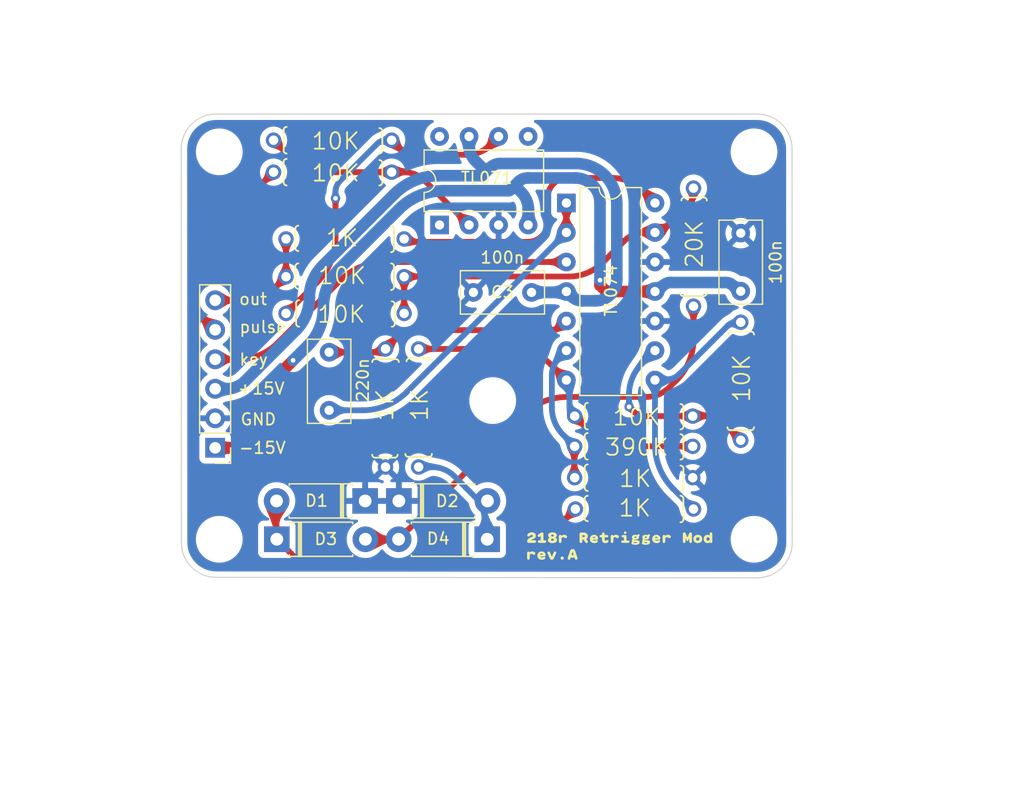
<source format=kicad_pcb>
(kicad_pcb (version 20211014) (generator pcbnew)
  (title_block (title "218r retrigger mod") (date "2022-01-05") (rev "rev.A") (company "Triglav Modular"))
  (layers (0 "F.Cu" signal) (31 "B.Cu" signal) (34 "B.Paste" user) (35 "F.Paste" user) (36 "B.SilkS" user "B.Silkscreen") (37 "F.SilkS" user "F.Silkscreen") (38 "B.Mask" user) (39 "F.Mask" user) (44 "Edge.Cuts" user))
  (net 0 "")
  (net 1 "Net-(C1-Pad1)")
  (net 2 "+15V")
  (net 3 "GND")
  (net 4 "-15V")
  (net 5 "Net-(D1-Pad2)")
  (net 6 "Net-(D2-Pad2)")
  (net 7 "Net-(D3-Pad2)")
  (net 8 "Net-(R2-Pad1)")
  (net 9 "Net-(R4-Pad2)")
  (net 10 "Net-(R6-Pad2)")
  (net 11 "Net-(R7-Pad2)")
  (net 12 "Net-(R10-Pad2)")
  (net 13 "/pulse")
  (net 14 "/out")
  (net 15 "Net-(R12-Pad1)")
  (net 16 "/key")
  (net 17 "Net-(C1-Pad2)")
  (net 18 "Net-(R13-Pad1)")
  (net 19 "Net-(R10-Pad1)")
  (footprint "Package_DIP:DIP-14_W7.62mm" (layer "F.Cu") (at 150.61 88.655)
    (fp_text reference "U1" hide)
    (fp_text value "TL074")
  )
  (footprint "Connector_PinHeader_2.54mm:PinHeader_1x06_P2.54mm_Vertical" (layer "F.Cu") (at 120.396 109.728 180)
    (fp_text reference "J1" hide)
    (fp_text value "Conn_01x06_Female" hide)
  )
  (footprint "Triglav:MusicThingModular-10MM_RESISTOR" (layer "F.Cu") (at 137.9 106.3 90)
    (fp_text reference "R5" hide)
    (fp_text value "1K")
  )
  (footprint "Triglav:MusicThingModular-10MM_RESISTOR" (layer "F.Cu") (at 156.4 112.3)
    (fp_text reference "R2" hide)
    (fp_text value "1K")
  )
  (footprint "Triglav:MusicThingModular-10MM_RESISTOR" (layer "F.Cu") (at 156.464 115 180)
    (fp_text reference "R8" hide)
    (fp_text value "1K")
  )
  (footprint "Triglav:MusicThingModular-10MM_RESISTOR" (layer "F.Cu") (at 131.572 95 180)
    (fp_text reference "R11" hide)
    (fp_text value "10K")
  )
  (footprint "Triglav:MusicThingModular-10MM_RESISTOR" (layer "F.Cu") (at 131.572 91.75 180)
    (fp_text reference "R12" hide)
    (fp_text value "1K")
  )
  (footprint "Capacitor_THT:C_Rect_L7.0mm_W3.5mm_P5.00mm" (layer "F.Cu") (at 165.608 96.25 90)
    (fp_text reference "C2" hide)
    (fp_text value "100n")
  )
  (footprint "Triglav:MusicThingModular-10MM_RESISTOR" (layer "F.Cu") (at 131.572 98.16)
    (fp_text reference "R10" hide)
    (fp_text value "10K")
  )
  (footprint "Triglav:MusicThingModular-10MM_RESISTOR" (layer "F.Cu") (at 156.4 107)
    (fp_text reference "R6" hide)
    (fp_text value "10K")
  )
  (footprint "kibuzzard-62811A1C" (layer "F.Cu") (at 155.2 117.5)
    (fp_text reference "kibuzzard-62811A1C" hide)
    (fp_text value "G***" hide)
  )
  (footprint "Package_DIP:DIP-8_W7.62mm" (layer "F.Cu") (at 139.7 90.55 90)
    (fp_text reference "U2" hide)
    (fp_text value "TL071")
  )
  (footprint "Triglav:MusicThingModular-10MM_RESISTOR" (layer "F.Cu") (at 161.544 92.456 90)
    (fp_text reference "R9" hide)
    (fp_text value "20K")
  )
  (footprint "MountingHole:MountingHole_3mm" (layer "F.Cu") (at 166.75 117.6)
    (fp_text reference "REF**" hide)
    (fp_text value "MountingHole_3mm" hide)
  )
  (footprint "Diode_THT:D_DO-41_SOD81_P7.62mm_Horizontal" (layer "F.Cu") (at 133.3 114.3 180)
    (fp_text reference "D1")
    (fp_text value "1N5818")
  )
  (footprint "Triglav:MusicThingModular-10MM_RESISTOR" (layer "F.Cu") (at 130.5 83.25)
    (fp_text reference "R13" hide)
    (fp_text value "10K")
  )
  (footprint "MountingHole:MountingHole_3mm" (layer "F.Cu") (at 120.75 117.6)
    (fp_text reference "REF**" hide)
    (fp_text value "MountingHole_3mm" hide)
  )
  (footprint "Diode_THT:D_DO-41_SOD81_P7.62mm_Horizontal" (layer "F.Cu") (at 136.2 114.3)
    (fp_text reference "D2")
    (fp_text value "1N5818")
  )
  (footprint "kibuzzard-62811A51" (layer "F.Cu") (at 149.4 118.9)
    (fp_text reference "kibuzzard-62811A51" hide)
    (fp_text value "G***" hide)
  )
  (footprint "Capacitor_THT:C_Rect_L7.0mm_W3.5mm_P5.00mm" (layer "F.Cu") (at 147.61 96.35 180)
    (fp_text reference "C3")
    (fp_text value "100n")
  )
  (footprint "Diode_THT:D_DO-41_SOD81_P7.62mm_Horizontal" (layer "F.Cu") (at 125.7 117.6)
    (fp_text reference "D3")
    (fp_text value "1N5818")
  )
  (footprint "Capacitor_THT:C_Rect_L7.0mm_W3.5mm_P5.00mm" (layer "F.Cu") (at 130.2 106.5 90)
    (fp_text reference "C1" hide)
    (fp_text value "220n")
  )
  (footprint "MountingHole:MountingHole_3mm" (layer "F.Cu") (at 144.272 105.664)
    (fp_text reference "REF**" hide)
    (fp_text value "MountingHole_3mm" hide)
  )
  (footprint "Triglav:MusicThingModular-10MM_RESISTOR" (layer "F.Cu") (at 130.5 86)
    (fp_text reference "R3" hide)
    (fp_text value "10K")
  )
  (footprint "Diode_THT:D_DO-41_SOD81_P7.62mm_Horizontal" (layer "F.Cu") (at 143.8 117.6 180)
    (fp_text reference "D4")
    (fp_text value "1N5818")
  )
  (footprint "Triglav:MusicThingModular-10MM_RESISTOR" (layer "F.Cu") (at 156.4 109.6)
    (fp_text reference "R4" hide)
    (fp_text value "390K")
  )
  (footprint "MountingHole:MountingHole_3mm" (layer "F.Cu") (at 120.75 84.25)
    (fp_text reference "REF**" hide)
    (fp_text value "MountingHole_3mm" hide)
  )
  (footprint "Triglav:MusicThingModular-10MM_RESISTOR" (layer "F.Cu") (at 135.05 106.3 -90)
    (fp_text reference "R1" hide)
    (fp_text value "1K")
  )
  (footprint "MountingHole:MountingHole_3mm" (layer "F.Cu") (at 166.75 84.25)
    (fp_text reference "REF**" hide)
    (fp_text value "MountingHole_3mm" hide)
  )
  (footprint "Triglav:MusicThingModular-10MM_RESISTOR" (layer "F.Cu") (at 165.608 104 90)
    (fp_text reference "R7" hide)
    (fp_text value "10K")
  )
  (gr_line (start 170.03534 117.9) (end 170.02134 84) (layer "Edge.Cuts") (width 0.1))
  (gr_line (start 167.02134 81) (end 120.47866 81) (layer "Edge.Cuts") (width 0.1))
  (gr_arc (start 170.03534 117.9) (mid 169.157513 120.026384) (end 167.03534 120.91434) (layer "Edge.Cuts") (width 0.1))
  (gr_line (start 117.47866 84) (end 117.49266 117.878696) (layer "Edge.Cuts") (width 0.1))
  (gr_arc (start 120.49266 120.878696) (mid 118.37138 120) (end 117.49266 117.878696) (layer "Edge.Cuts") (width 0.1))
  (gr_line (start 120.49266 120.878696) (end 167.03534 120.91434) (layer "Edge.Cuts") (width 0.1))
  (gr_arc (start 167.02134 81) (mid 169.14266 81.87868) (end 170.02134 84) (layer "Edge.Cuts") (width 0.1))
  (gr_arc (start 117.47866 84) (mid 118.35734 81.87868) (end 120.47866 81) (layer "Edge.Cuts") (width 0.1))
  (gr_text "key\n" (at 123.71 102.128) (layer "F.SilkS") (effects (font (size 1 1))))
  (gr_text "out" (at 123.66 96.928) (layer "F.SilkS") (effects (font (size 1 1))))
  (gr_text "+15V\n" (at 124.36 104.628) (layer "F.SilkS") (effects (font (size 1 1))))
  (gr_text "GND\n" (at 124.11 107.278) (layer "F.SilkS") (effects (font (size 1 1))))
  (gr_text "pulse" (at 124.5 99.328) (layer "F.SilkS") (effects (font (size 1 1))))
  (gr_text "-15V\n" (at 124.46 109.728) (layer "F.SilkS") (effects (font (size 1 1))))
  (segment (start 150.61 88.655) (end 150.61 91.195) (width 0.5) (layer "F.Cu") (net 1))
  (segment (start 136.898792 104.906207) (end 150.61 91.195) (width 0.5) (layer "B.Cu") (net 1))
  (segment (start 133.051036 106.5) (end 130.2 106.5) (width 0.5) (layer "B.Cu") (net 1))
  (arc (start 136.898792 104.906207) (mid 135.133426 106.085786) (end 133.051036 106.5) (width 0.5) (layer "B.Cu") (net 1))
  (segment (start 151.009999 96.674999) (end 150.61 96.275) (width 1) (layer "B.Cu") (net 2))
  (segment (start 154.94951 95.23449) (end 154.94951 88.761813) (width 1) (layer "B.Cu") (net 2))
  (segment (start 121.350818 104.648) (end 120.396 104.648) (width 1) (layer "B.Cu") (net 2))
  (segment (start 151.444148 85.256459) (end 144.900134 85.256459) (width 1) (layer "B.Cu") (net 2))
  (segment (start 151.975683 97.074999) (end 153.108984 97.074999) (width 1) (layer "B.Cu") (net 2))
  (segment (start 147.61 96.35) (end 150.535 96.35) (width 1) (layer "B.Cu") (net 2))
  (segment (start 129.650822 94.049176) (end 135.800469 87.89953) (width 1) (layer "B.Cu") (net 2))
  (segment (start 143.356218 86.305738) (end 139.648225 86.305738) (width 1) (layer "B.Cu") (net 2))
  (segment (start 127.350154 99.60348) (end 122.980794 103.972841) (width 1) (layer "B.Cu") (net 2))
  (segment (start 143.356219 85.606219) (end 142.791543 85.041543) (width 1) (layer "B.Cu") (net 2))
  (segment (start 142.24 83.71) (end 142.24 82.93) (width 1) (layer "B.Cu") (net 2))
  (segment (start 143.356218 86.305738) (end 144.055739 85.606219) (width 1) (layer "B.Cu") (net 2))
  (arc (start 127.350154 99.60348) (mid 128.201526 98.329312) (end 128.500489 96.826329) (width 1) (layer "B.Cu") (net 2))
  (arc (start 153.922813 86.283155) (mid 154.682682 87.420377) (end 154.94951 88.761813) (width 1) (layer "B.Cu") (net 2))
  (arc (start 144.900134 85.256459) (mid 144.44315 85.347358) (end 144.055739 85.606219) (width 1) (layer "B.Cu") (net 2))
  (arc (start 142.24 83.71) (mid 142.383341 84.430625) (end 142.791543 85.041543) (width 1) (layer "B.Cu") (net 2))
  (arc (start 143.356218 86.305738) (mid 143.501094 85.955978) (end 143.356219 85.606219) (width 1) (layer "B.Cu") (net 2))
  (arc (start 143.356219 85.606219) (mid 143.705979 85.751094) (end 144.055739 85.606219) (width 1) (layer "B.Cu") (net 2))
  (arc (start 154.410437 96.535926) (mid 153.813336 96.934893) (end 153.108984 97.074999) (width 1) (layer "B.Cu") (net 2))
  (arc (start 135.800469 87.89953) (mid 137.565834 86.719951) (end 139.648225 86.305738) (width 1) (layer "B.Cu") (net 2))
  (arc (start 154.94951 95.23449) (mid 154.809409 95.938822) (end 154.410437 96.535926) (width 1) (layer "B.Cu") (net 2))
  (arc (start 121.350818 104.648) (mid 122.232954 104.472531) (end 122.980794 103.972841) (width 1) (layer "B.Cu") (net 2))
  (arc (start 153.922813 86.283155) (mid 152.785592 85.523288) (end 151.444148 85.256459) (width 1) (layer "B.Cu") (net 2))
  (arc (start 129.650822 94.049176) (mid 128.79945 95.323344) (end 128.500489 96.826329) (width 1) (layer "B.Cu") (net 2))
  (arc (start 151.975683 97.074999) (mid 151.453058 96.971042) (end 151.009999 96.674999) (width 1) (layer "B.Cu") (net 2))
  (segment (start 153.89574 96.127553) (end 153.5175 95.749313) (width 1) (layer "F.Cu") (net 4))
  (segment (start 153.5175 95.749313) (end 153.5 95.749313) (width 1) (layer "F.Cu") (net 4))
  (segment (start 158.23 96.275) (end 154.396231 96.275) (width 1) (layer "F.Cu") (net 4))
  (segment (start 125 105.784924) (end 125 107.460962) (width 1) (layer "F.Cu") (net 4))
  (segment (start 127.1 102.2) (end 126.05 103.25) (width 1) (layer "F.Cu") (net 4))
  (segment (start 122.732962 109.728) (end 120.396 109.728) (width 1) (layer "F.Cu") (net 4))
  (segment (start 153.5 95.749313) (end 153.5 95.3) (width 1) (layer "F.Cu") (net 4))
  (via (at 153.5 95.3) (size 0.8) (drill 0.4) (layers "F.Cu" "B.Cu") (net 4))
  (via (at 127.1 102.2) (size 0.8) (drill 0.4) (layers "F.Cu" "B.Cu") (net 4))
  (arc (start 124.336 109.064) (mid 123.600519 109.555432) (end 122.732962 109.728) (width 1) (layer "F.Cu") (net 4))
  (arc (start 154.396231 96.275) (mid 154.135936 96.23622) (end 153.89574 96.127553) (width 1) (layer "F.Cu") (net 4))
  (arc (start 126.05 103.25) (mid 125.272886 104.413033) (end 125 105.784924) (width 1) (layer "F.Cu") (net 4))
  (arc (start 124.336 109.064) (mid 124.827432 108.328519) (end 125 107.460962) (width 1) (layer "F.Cu") (net 4))
  (segment (start 164.945708 95.756) (end 165.201708 96.012) (width 1) (layer "B.Cu") (net 4))
  (segment (start 129.699999 97.761524) (end 129.699999 97.648183) (width 1) (layer "B.Cu") (net 4))
  (segment (start 145.769362 87.541617) (end 145.827745 87.483235) (width 1) (layer "B.Cu") (net 4))
  (segment (start 158.678969 96.012) (end 158.934969 95.756) (width 1) (layer "B.Cu") (net 4))
  (segment (start 147.274481 86.5) (end 151.366116 86.5) (width 1) (layer "B.Cu") (net 4))
  (segment (start 146.483235 86.827745) (end 145.827745 87.483235) (width 1) (layer "B.Cu") (net 4))
  (segment (start 147.32 89.143432) (end 147.32 90.55) (width 1) (layer "B.Cu") (net 4))
  (segment (start 140.050327 87.6) (end 145.628414 87.6) (width 1) (layer "B.Cu") (net 4))
  (segment (start 128.399999 100.9) (end 127.1 102.2) (width 1) (layer "B.Cu") (net 4))
  (segment (start 153.5 88.633883) (end 153.5 95.3) (width 1) (layer "B.Cu") (net 4))
  (segment (start 146.483235 87.483235) (end 146.737745 87.737745) (width 1) (layer "B.Cu") (net 4))
  (segment (start 131.080142 94.316221) (end 136.202571 89.193792) (width 1) (layer "B.Cu") (net 4))
  (segment (start 159.553007 95.5) (end 164.327669 95.5) (width 1) (layer "B.Cu") (net 4))
  (arc (start 158.678969 96.012) (mid 158.507156 96.046175) (end 158.3615 96.1435) (width 1) (layer "B.Cu") (net 4))
  (arc (start 131.080142 94.316221) (mid 130.058686 95.844938) (end 129.699999 97.648183) (width 1) (layer "B.Cu") (net 4))
  (arc (start 128.399999 100.9) (mid 129.36214 99.460055) (end 129.699999 97.761524) (width 1) (layer "B.Cu") (net 4))
  (arc (start 146.483235 86.827745) (mid 146.846261 86.585178) (end 147.274481 86.5) (width 1) (layer "B.Cu") (net 4))
  (arc (start 140.050327 87.6) (mid 137.967936 88.014213) (end 136.202571 89.193792) (width 1) (layer "B.Cu") (net 4))
  (arc (start 146.483235 87.483235) (mid 146.15549 87.347478) (end 145.827745 87.483235) (width 1) (layer "B.Cu") (net 4))
  (arc (start 164.945708 95.756) (mid 164.662149 95.566532) (end 164.327669 95.5) (width 1) (layer "B.Cu") (net 4))
  (arc (start 145.769362 87.541617) (mid 145.704694 87.584826) (end 145.628414 87.6) (width 1) (layer "B.Cu") (net 4))
  (arc (start 151.366116 86.5) (mid 152.182718 86.662432) (end 152.875 87.125) (width 1) (layer "B.Cu") (net 4))
  (arc (start 146.483235 86.827745) (mid 146.347478 87.15549) (end 146.483235 87.483235) (width 1) (layer "B.Cu") (net 4))
  (arc (start 147.32 89.143432) (mid 147.168676 88.382679) (end 146.737745 87.737745) (width 1) (layer "B.Cu") (net 4))
  (arc (start 159.553007 95.5) (mid 159.218527 95.566532) (end 158.934969 95.756) (width 1) (layer "B.Cu") (net 4))
  (arc (start 152.875 87.125) (mid 153.33757 87.817281) (end 153.5 88.633883) (width 1) (layer "B.Cu") (net 4))
  (arc (start 165.489 96.131) (mid 165.357189 96.042927) (end 165.201708 96.012) (width 1) (layer "B.Cu") (net 4))
  (segment (start 144.030036 120.1) (end 130.022929 120.1) (width 0.5) (layer "F.Cu") (net 5))
  (segment (start 125.621989 115.94) (end 125.621989 114.39903) (width 0.5) (layer "F.Cu") (net 5))
  (segment (start 147.877792 118.506207) (end 151.384 115) (width 0.5) (layer "F.Cu") (net 5))
  (segment (start 126.910994 118.810994) (end 126.740624 118.640624) (width 0.5) (layer "F.Cu") (net 5))
  (arc (start 126.910994 118.810994) (mid 128.338762 119.764998) (end 130.022929 120.1) (width 0.5) (layer "F.Cu") (net 5))
  (arc (start 147.877792 118.506207) (mid 146.112426 119.685786) (end 144.030036 120.1) (width 0.5) (layer "F.Cu") (net 5))
  (arc (start 125.621989 115.94) (mid 125.912712 117.401567) (end 126.740624 118.640624) (width 0.5) (layer "F.Cu") (net 5))
  (segment (start 140.986101 112.186101) (end 142.726723 113.926723) (width 0.5) (layer "B.Cu") (net 6))
  (segment (start 137.995 111.38) (end 139.04 111.38) (width 0.5) (layer "B.Cu") (net 6))
  (segment (start 143.6 116.035) (end 143.6 117.27) (width 0.5) (layer "B.Cu") (net 6))
  (arc (start 143.6 116.035) (mid 143.373042 114.894008) (end 142.726723 113.926723) (width 0.5) (layer "B.Cu") (net 6))
  (arc (start 140.986101 112.186101) (mid 140.093222 111.589498) (end 139.04 111.38) (width 0.5) (layer "B.Cu") (net 6))
  (segment (start 150.683464 105.350499) (end 157.436243 105.350499) (width 0.5) (layer "F.Cu") (net 7))
  (segment (start 161.544 100.390775) (end 161.544 97.536) (width 0.5) (layer "F.Cu") (net 7))
  (segment (start 134.75 117.6) (end 133.32 117.6) (width 0.5) (layer "F.Cu") (net 7))
  (segment (start 137.191162 116.588837) (end 146.835708 106.944291) (width 0.5) (layer "F.Cu") (net 7))
  (segment (start 160.09133 103.897829) (end 159.488898 104.500261) (width 0.5) (layer "F.Cu") (net 7))
  (arc (start 150.683464 105.350499) (mid 148.601073 105.764712) (end 146.835708 106.944291) (width 0.5) (layer "F.Cu") (net 7))
  (arc (start 159.488898 104.500261) (mid 158.547132 105.129529) (end 157.436243 105.350499) (width 0.5) (layer "F.Cu") (net 7))
  (arc (start 134.75 117.6) (mid 136.071147 117.337207) (end 137.191162 116.588837) (width 0.5) (layer "F.Cu") (net 7))
  (arc (start 160.09133 103.897829) (mid 161.166463 102.288779) (end 161.544 100.390775) (width 0.5) (layer "F.Cu") (net 7))
  (segment (start 151.29 109.651213) (end 151.29 112.248786) (width 0.5) (layer "F.Cu") (net 8))
  (segment (start 149.360489 103.488048) (end 149.360489 106.254905) (width 0.5) (layer "B.Cu") (net 8))
  (segment (start 150.340244 108.620244) (end 151.32 109.6) (width 0.5) (layer "B.Cu") (net 8))
  (segment (start 149.985244 101.979755) (end 150.61 101.355) (width 0.5) (layer "B.Cu") (net 8))
  (arc (start 149.360489 103.488048) (mid 149.522857 102.671765) (end 149.985244 101.979755) (width 0.5) (layer "B.Cu") (net 8))
  (arc (start 150.340244 108.620244) (mid 149.615119 107.535017) (end 149.360489 106.254905) (width 0.5) (layer "B.Cu") (net 8))
  (segment (start 146.043489 101.22) (end 137.9 101.22) (width 0.5) (layer "F.Cu") (net 9))
  (segment (start 149.2725 102.5575) (end 150.61 103.895) (width 0.5) (layer "F.Cu") (net 9))
  (segment (start 152.62 108.3) (end 151.32 107) (width 0.5) (layer "F.Cu") (net 9))
  (segment (start 155.758477 109.6) (end 161.48 109.6) (width 0.5) (layer "F.Cu") (net 9))
  (arc (start 149.2725 102.5575) (mid 147.791017 101.567604) (end 146.043489 101.22) (width 0.5) (layer "F.Cu") (net 9))
  (arc (start 152.62 108.3) (mid 154.059945 109.262141) (end 155.758477 109.6) (width 0.5) (layer "F.Cu") (net 9))
  (segment (start 150.88 106.248873) (end 150.88 104.165) (width 0.5) (layer "B.Cu") (net 9))
  (arc (start 151.1 106.78) (mid 150.937176 106.536316) (end 150.88 106.248873) (width 0.5) (layer "B.Cu") (net 9))
  (segment (start 156 106.2) (end 156.4 106.6) (width 0.5) (layer "F.Cu") (net 10))
  (segment (start 157.365685 107) (end 160.456 107) (width 0.5) (layer "F.Cu") (net 10))
  (segment (start 161.992 107) (end 160.968 107) (width 0.5) (layer "F.Cu") (net 10))
  (segment (start 161.992 107) (end 162.504 107) (width 0.5) (layer "F.Cu") (net 10))
  (segment (start 164.252077 107.724077) (end 165.608 109.08) (width 0.5) (layer "F.Cu") (net 10))
  (segment (start 160.968 107) (end 160.456 107) (width 0.5) (layer "F.Cu") (net 10))
  (via (at 156 106.2) (size 0.8) (drill 0.4) (layers "F.Cu" "B.Cu") (net 10))
  (arc (start 164.252077 107.724077) (mid 163.450052 107.188181) (end 162.504 107) (width 0.5) (layer "F.Cu") (net 10))
  (arc (start 157.365685 107) (mid 156.84306 106.896043) (end 156.4 106.6) (width 0.5) (layer "F.Cu") (net 10))
  (segment (start 156.002062 104.97493) (end 156.002062 106.196479) (width 0.5) (layer "B.Cu") (net 10))
  (segment (start 156 106.2) (end 156.001031 106.198969) (width 0.5) (layer "B.Cu") (net 10))
  (segment (start 157.115 102.47) (end 158.23 101.355) (width 0.5) (layer "B.Cu") (net 10))
  (arc (start 156.002062 106.196479) (mid 156.001794 106.197826) (end 156.001031 106.198969) (width 0.5) (layer "B.Cu") (net 10))
  (arc (start 156.002062 104.97493) (mid 156.326595 103.619156) (end 157.115 102.47) (width 0.5) (layer "B.Cu") (net 10))
  (segment (start 159.823792 113.279792) (end 161.544 115) (width 0.5) (layer "B.Cu") (net 11))
  (segment (start 158.23 104.6875) (end 158.23 109.432036) (width 0.5) (layer "B.Cu") (net 11))
  (segment (start 164.500793 99.209206) (end 160.375382 103.334617) (width 0.5) (layer "B.Cu") (net 11))
  (arc (start 158.23 104.6875) (mid 158.462117 104.127117) (end 159.0225 103.895) (width 0.5) (layer "B.Cu") (net 11))
  (arc (start 159.823792 113.279792) (mid 158.644213 111.514426) (end 158.23 109.432036) (width 0.5) (layer "B.Cu") (net 11))
  (arc (start 159.0225 103.895) (mid 159.754674 103.749361) (end 160.375382 103.334617) (width 0.5) (layer "B.Cu") (net 11))
  (arc (start 164.500793 99.209206) (mid 164.821133 98.995162) (end 165.199 98.92) (width 0.5) (layer "B.Cu") (net 11))
  (segment (start 161.193982 88.716017) (end 158.715 91.195) (width 0.5) (layer "F.Cu") (net 12))
  (segment (start 157.276322 91.195) (end 158.23 91.195) (width 0.5) (layer "F.Cu") (net 12))
  (segment (start 150.82929 94.984511) (end 136.667489 94.984511) (width 0.5) (layer "F.Cu") (net 12))
  (segment (start 136.652 98.16) (end 136.652 95) (width 0.5) (layer "F.Cu") (net 12))
  (segment (start 155.648293 91.869351) (end 153.737932 93.779712) (width 0.5) (layer "F.Cu") (net 12))
  (segment (start 161.544 87.871) (end 161.544 87.376) (width 0.5) (layer "F.Cu") (net 12))
  (arc (start 157.276322 91.195) (mid 156.395239 91.370258) (end 155.648293 91.869351) (width 0.5) (layer "F.Cu") (net 12))
  (arc (start 150.82929 94.984511) (mid 152.403436 94.671394) (end 153.737932 93.779712) (width 0.5) (layer "F.Cu") (net 12))
  (arc (start 161.544 87.871) (mid 161.453033 88.32832) (end 161.193982 88.716017) (width 0.5) (layer "F.Cu") (net 12))
  (segment (start 119.573 98.745) (end 120.396 99.568) (width 0.5) (layer "F.Cu") (net 13))
  (segment (start 118.75 96.758102) (end 118.75 94.923963) (width 0.5) (layer "F.Cu") (net 13))
  (segment (start 120.343792 91.076207) (end 125.42 86) (width 0.5) (layer "F.Cu") (net 13))
  (arc (start 120.343792 91.076207) (mid 119.164213 92.841572) (end 118.75 94.923963) (width 0.5) (layer "F.Cu") (net 13))
  (arc (start 118.75 96.758102) (mid 118.96389 97.833403) (end 119.573 98.745) (width 0.5) (layer "F.Cu") (net 13))
  (segment (start 125.482 96.018) (end 126.492 95.008) (width 0.5) (layer "F.Cu") (net 14))
  (segment (start 126.492 95) (end 126.492 91.75) (width 0.5) (layer "F.Cu") (net 14))
  (segment (start 123.043644 97.028) (end 120.396 97.028) (width 0.5) (layer "F.Cu") (net 14))
  (arc (start 123.043644 97.028) (mid 124.363272 96.765509) (end 125.482 96.018) (width 0.5) (layer "F.Cu") (net 14))
  (segment (start 157.1525 87.5775) (end 158.23 88.655) (width 0.5) (layer "F.Cu") (net 15))
  (segment (start 149 88.207106) (end 149 90.292893) (width 0.5) (layer "F.Cu") (net 15))
  (segment (start 154.551184 86.5) (end 150.707106 86.5) (width 0.5) (layer "F.Cu") (net 15))
  (segment (start 147.292893 92) (end 136.902 92) (width 0.5) (layer "F.Cu") (net 15))
  (arc (start 148.5 91.5) (mid 148.870054 90.946174) (end 149 90.292893) (width 0.5) (layer "F.Cu") (net 15))
  (arc (start 149 88.207106) (mid 149.129945 87.553825) (end 149.5 87) (width 0.5) (layer "F.Cu") (net 15))
  (arc (start 149.5 87) (mid 150.053825 86.629945) (end 150.707106 86.5) (width 0.5) (layer "F.Cu") (net 15))
  (arc (start 154.551184 86.5) (mid 155.959006 86.780033) (end 157.1525 87.5775) (width 0.5) (layer "F.Cu") (net 15))
  (arc (start 148.5 91.5) (mid 147.946174 91.870054) (end 147.292893 92) (width 0.5) (layer "F.Cu") (net 15))
  (segment (start 131.142396 95.328792) (end 125.765802 100.705386) (width 0.5) (layer "F.Cu") (net 16))
  (segment (start 122.379594 102.108) (end 120.396 102.108) (width 0.5) (layer "F.Cu") (net 16))
  (segment (start 134.990152 93.735) (end 150.61 93.735) (width 0.5) (layer "F.Cu") (net 16))
  (arc (start 125.765802 100.705386) (mid 124.212196 101.743472) (end 122.379594 102.108) (width 0.5) (layer "F.Cu") (net 16))
  (arc (start 131.142396 95.328792) (mid 132.907761 94.149213) (end 134.990152 93.735) (width 0.5) (layer "F.Cu") (net 16))
  (segment (start 134.57201 101.5) (end 130.2 101.5) (width 0.5) (layer "F.Cu") (net 17))
  (segment (start 137.815512 99.6) (end 149.269921 99.6) (width 0.5) (layer "F.Cu") (net 17))
  (segment (start 135.19 101.08) (end 135.86 100.41) (width 0.5) (layer "F.Cu") (net 17))
  (segment (start 150.2175 99.2075) (end 150.61 98.815) (width 0.5) (layer "F.Cu") (net 17))
  (arc (start 134.91 101.36) (mid 134.754928 101.463615) (end 134.57201 101.5) (width 0.5) (layer "F.Cu") (net 17))
  (arc (start 137.815512 99.6) (mid 136.757196 99.810512) (end 135.86 100.41) (width 0.5) (layer "F.Cu") (net 17))
  (arc (start 149.269921 99.6) (mid 149.782747 99.497992) (end 150.2175 99.2075) (width 0.5) (layer "F.Cu") (net 17))
  (segment (start 132.828948 86) (end 132.678749 86) (width 0.5) (layer "F.Cu") (net 18))
  (segment (start 132.828948 86) (end 133.469999 86) (width 0.5) (layer "F.Cu") (net 18))
  (segment (start 135.992108 86) (end 135.95914 86) (width 0.5) (layer "F.Cu") (net 18))
  (segment (start 133.58539 86) (end 133.469999 86) (width 0.5) (layer "F.Cu") (net 18))
  (segment (start 134.178827 86) (end 134.277734 86) (width 0.5) (layer "F.Cu") (net 18))
  (segment (start 135.31625 86) (end 134.78875 86) (width 0.5) (layer "F.Cu") (net 18))
  (segment (start 133.783202 86) (end 133.799686 86) (width 0.5) (layer "F.Cu") (net 18))
  (segment (start 134.178827 86) (end 134.145858 86) (width 0.5) (layer "F.Cu") (net 18))
  (segment (start 133.684296 86) (end 133.58539 86) (width 0.5) (layer "F.Cu") (net 18))
  (segment (start 134.442578 86) (end 134.277734 86) (width 0.5) (layer "F.Cu") (net 18))
  (segment (start 136.618515 86) (end 136.585546 86) (width 0.5) (layer "F.Cu") (net 18))
  (segment (start 136.305311 86) (end 136.173436 86) (width 0.5) (layer "F.Cu") (net 18))
  (segment (start 136.618515 86) (end 136.635 86) (width 0.5) (layer "F.Cu") (net 18))
  (segment (start 134.607422 86) (end 134.442578 86) (width 0.5) (layer "F.Cu") (net 18))
  (segment (start 132.678749 86) (end 132.52855 86) (width 0.5) (layer "F.Cu") (net 18))
  (segment (start 136.552577 86) (end 136.585546 86) (width 0.5) (layer "F.Cu") (net 18))
  (segment (start 134.112889 86) (end 134.063436 86) (width 0.5) (layer "F.Cu") (net 18))
  (segment (start 134.063436 86) (end 133.931561 86) (width 0.5) (layer "F.Cu") (net 18))
  (segment (start 131.048634 86) (end 132.378351 86) (width 0.5) (layer "F.Cu") (net 18))
  (segment (start 136.552577 86) (end 136.519608 86) (width 0.5) (layer "F.Cu") (net 18))
  (segment (start 132.52855 86) (end 132.378351 86) (width 0.5) (layer "F.Cu") (net 18))
  (segment (start 136.437186 86) (end 136.305311 86) (width 0.5) (layer "F.Cu") (net 18))
  (segment (start 136.437186 86) (end 136.486639 86) (width 0.5) (layer "F.Cu") (net 18))
  (segment (start 130.445133 86) (end 130.348066 86) (width 0.5) (layer "F.Cu") (net 18))
  (segment (start 135.992108 86) (end 136.041561 86) (width 0.5) (layer "F.Cu") (net 18))
  (segment (start 133.931561 86) (end 133.799686 86) (width 0.5) (layer "F.Cu") (net 18))
  (segment (start 136.173436 86) (end 136.041561 86) (width 0.5) (layer "F.Cu") (net 18))
  (segment (start 130.348066 86) (end 130.192384 86) (width 0.5) (layer "F.Cu") (net 18))
  (segment (start 133.783202 86) (end 133.684296 86) (width 0.5) (layer "F.Cu") (net 18))
  (segment (start 138.435997 86.745997) (end 142.24 90.55) (width 0.5) (layer "F.Cu") (net 18))
  (segment (start 130.192384 86) (end 130.114543 86) (width 0.5) (layer "F.Cu") (net 18))
  (segment (start 134.78875 86) (end 134.607422 86) (width 0.5) (layer "F.Cu") (net 18))
  (segment (start 130.445133 86) (end 130.990955 86) (width 0.5) (layer "F.Cu") (net 18))
  (segment (start 131.048634 86) (end 130.990955 86) (width 0.5) (layer "F.Cu") (net 18))
  (segment (start 126.795 84.625) (end 125.42 83.25) (width 0.5) (layer "F.Cu") (net 18))
  (segment (start 136.519608 86) (end 136.486639 86) (width 0.5) (layer "F.Cu") (net 18))
  (segment (start 134.145858 86) (end 134.112889 86) (width 0.5) (layer "F.Cu") (net 18))
  (arc (start 126.795 84.625) (mid 128.318019 85.642649) (end 130.114543 86) (width 0.5) (layer "F.Cu") (net 18))
  (arc (start 138.435997 86.745997) (mid 137.609692 86.193878) (end 136.635 86) (width 0.5) (layer "F.Cu") (net 18))
  (segment (start 142.099842 84.5) (end 137.713883 84.5) (width 0.5) (layer "F.Cu") (net 19))
  (segment (start 136.205 83.875) (end 135.58 83.25) (width 0.5) (layer "F.Cu") (net 19))
  (segment (start 129.156207 95.495792) (end 126.492 98.16) (width 0.5) (layer "F.Cu") (net 19))
  (segment (start 143.995 83.715) (end 144.78 82.93) (width 0.5) (layer "F.Cu") (net 19))
  (segment (start 130.75 88.25) (end 130.75 91.648036) (width 0.5) (layer "F.Cu") (net 19))
  (via (at 130.75 88.25) (size 0.8) (drill 0.4) (layers "F.Cu" "B.Cu") (net 19))
  (arc (start 130.75 91.648036) (mid 130.335786 93.730426) (end 129.156207 95.495792) (width 0.5) (layer "F.Cu") (net 19))
  (arc (start 142.099842 84.5) (mid 143.125494 84.295985) (end 143.995 83.715) (width 0.5) (layer "F.Cu") (net 19))
  (arc (start 137.713883 84.5) (mid 136.897281 84.337567) (end 136.205 83.875) (width 0.5) (layer "F.Cu") (net 19))
  (segment (start 134.315854 83.580199) (end 131.140303 86.75575) (width 0.5) (layer "B.Cu") (net 19))
  (segment (start 135.113027 83.25) (end 135.58 83.25) (width 0.5) (layer "B.Cu") (net 19))
  (segment (start 130.75 88.25) (end 130.75 87.698027) (width 0.5) (layer "B.Cu") (net 19))
  (arc (start 134.315854 83.580199) (mid 134.6816 83.335815) (end 135.113027 83.25) (width 0.5) (layer "B.Cu") (net 19))
  (arc (start 130.75 87.698027) (mid 130.851436 87.18807) (end 131.140303 86.75575) (width 0.5) (layer "B.Cu") (net 19))
  (zone (net 9) (net_name "Net-(R4-Pad2)") (layer "F.Cu") (priority 16962) (connect_pads yes (clearance 0)) (min_thickness 0.0254) (fill yes (thermal_gap 0.508) (thermal_bridge_width 0.508))
    (polygon (pts (xy 160.1596 109.85) (xy 160.309661 109.854267) (xy 160.436511 109.866704) (xy 160.544955 109.886761) (xy 160.639795 109.913888) (xy 160.725834 109.947536) (xy 160.807876 109.987156) (xy 160.890724 110.032197) (xy 160.979182 110.082111) (xy 161.078052 110.136349) (xy 161.192139 110.19436) (xy 161.8102 109.6) (xy 161.192139 109.00564) (xy 161.078052 109.06365) (xy 160.979182 109.117888) (xy 160.890724 109.167802) (xy 160.807876 109.212843) (xy 160.725834 109.252463) (xy 160.639795 109.286111) (xy 160.544955 109.313238) (xy 160.436511 109.333295) (xy 160.309661 109.345732) (xy 160.1596 109.35)))
  )
  (zone (net 4) (net_name "-15V") (layer "F.Cu") (priority 16962) (connect_pads yes (clearance 0)) (min_thickness 0.0254) (fill yes (thermal_gap 0.508) (thermal_bridge_width 0.508))
    (polygon (pts (xy 156.64 96.775) (xy 156.81669 96.775719) (xy 156.971198 96.778537) (xy 157.107462 96.784439) (xy 157.22942 96.794413) (xy 157.341009 96.809444) (xy 157.44617 96.830519) (xy 157.54884 96.858626) (xy 157.652957 96.89475) (xy 157.762461 96.939879) (xy 157.881289 96.995) (xy 158.63 96.275) (xy 157.881289 95.555) (xy 157.762461 95.61012) (xy 157.652957 95.655249) (xy 157.54884 95.691373) (xy 157.44617 95.71948) (xy 157.341009 95.740555) (xy 157.22942 95.755586) (xy 157.107462 95.76556) (xy 156.971198 95.771462) (xy 156.81669 95.77428) (xy 156.64 95.775)))
  )
  (zone (net 12) (net_name "Net-(R10-Pad2)") (layer "F.Cu") (priority 16962) (connect_pads yes (clearance 0)) (min_thickness 0.0254) (fill yes (thermal_gap 0.508) (thermal_bridge_width 0.508))
    (polygon (pts (xy 161.451152 88.805495) (xy 161.550967 88.679404) (xy 161.627651 88.566251) (xy 161.686532 88.463339) (xy 161.732936 88.36797) (xy 161.772192 88.277446) (xy 161.809626 88.189069) (xy 161.850568 88.100143) (xy 161.900344 88.007968) (xy 161.964282 87.909849) (xy 162.04771 87.803087) (xy 161.568202 87.046689) (xy 160.93014 87.619523) (xy 160.97453 87.717487) (xy 161.023702 87.808101) (xy 161.073326 87.893146) (xy 161.119075 87.974403) (xy 161.15662 88.053652) (xy 161.181632 88.132676) (xy 161.189783 88.213256) (xy 161.176745 88.297172) (xy 161.138188 88.386207) (xy 161.069786 88.482141)))
  )
  (zone (net 17) (net_name "Net-(C1-Pad2)") (layer "F.Cu") (priority 16962) (connect_pads yes (clearance 0)) (min_thickness 0.0254) (fill yes (thermal_gap 0.508) (thermal_bridge_width 0.508))
    (polygon (pts (xy 131.79 101.25) (xy 131.607759 101.243514) (xy 131.455065 101.224851) (xy 131.32568 101.1952) (xy 131.213367 101.155753) (xy 131.111889 101.107699) (xy 131.015009 101.052229) (xy 130.916488 100.990534) (xy 130.81009 100.923804) (xy 130.689576 100.853229) (xy 130.548711 100.78) (xy 129.8 101.5) (xy 130.548711 102.22) (xy 130.689576 102.14677) (xy 130.81009 102.076195) (xy 130.916488 102.009465) (xy 131.015009 101.94777) (xy 131.111889 101.8923) (xy 131.213367 101.844246) (xy 131.32568 101.804799) (xy 131.455065 101.775148) (xy 131.607759 101.756485) (xy 131.79 101.75)))
  )
  (zone (net 14) (net_name "/out") (layer "F.Cu") (priority 16962) (connect_pads yes (clearance 0)) (min_thickness 0.0254) (fill yes (thermal_gap 0.508) (thermal_bridge_width 0.508))
    (polygon (pts (xy 125.735114 96.11844) (xy 125.845113 96.014418) (xy 125.944302 95.932651) (xy 126.035726 95.869323) (xy 126.122429 95.820621) (xy 126.207457 95.782731) (xy 126.293853 95.751837) (xy 126.384663 95.724128) (xy 126.482931 95.695788) (xy 126.591701 95.663003) (xy 126.71402 95.62196) (xy 126.723494 94.764538) (xy 125.866356 94.788582) (xy 125.82761 94.910793) (xy 125.796715 95.019488) (xy 125.769914 95.117688) (xy 125.743453 95.208413) (xy 125.713577 95.294682) (xy 125.676531 95.379515) (xy 125.628561 95.465932) (xy 125.565913 95.556953) (xy 125.48483 95.655597) (xy 125.38156 95.764886)))
  )
  (zone (net 19) (net_name "Net-(R10-Pad1)") (layer "F.Cu") (priority 16962) (connect_pads yes (clearance 0)) (min_thickness 0.0254) (fill yes (thermal_gap 0.508) (thermal_bridge_width 0.508))
    (polygon (pts (xy 136.850782 84.040647) (xy 136.707819 83.958606) (xy 136.594999 83.876114) (xy 136.50754 83.791781) (xy 136.440662 83.704218) (xy 136.389582 83.612039) (xy 136.34952 83.513852) (xy 136.315695 83.408271) (xy 136.283324 83.293907) (xy 136.247628 83.16937) (xy 136.203824 83.033273) (xy 135.346514 83.016514) (xy 135.363273 83.873824) (xy 135.516451 83.929093) (xy 135.647365 83.980595) (xy 135.762088 84.03023) (xy 135.866688 84.0799) (xy 135.967238 84.131504) (xy 136.069808 84.186945) (xy 136.180469 84.248122) (xy 136.305291 84.316937) (xy 136.450347 84.39529) (xy 136.621706 84.485083)))
  )
  (zone (net 12) (net_name "Net-(R10-Pad2)") (layer "F.Cu") (priority 16962) (connect_pads yes (clearance 0)) (min_thickness 0.0254) (fill yes (thermal_gap 0.508) (thermal_bridge_width 0.508))
    (polygon (pts (xy 156.577447 91.567645) (xy 156.75409 91.514762) (xy 156.906822 91.49143) (xy 157.040755 91.493869) (xy 157.160999 91.518297) (xy 157.272668 91.560937) (xy 157.380873 91.618008) (xy 157.490726 91.685729) (xy 157.607338 91.760321) (xy 157.735822 91.838005) (xy 157.881289 91.915) (xy 158.63 91.195) (xy 157.881289 90.475) (xy 157.710799 90.557493) (xy 157.563913 90.628028) (xy 157.433701 90.689402) (xy 157.313237 90.744412) (xy 157.195592 90.795857) (xy 157.073839 90.846535) (xy 156.941051 90.899243) (xy 156.790299 90.956778) (xy 156.614656 91.02194) (xy 156.407195 91.097525)))
  )
  (zone (net 5) (net_name "Net-(D1-Pad2)") (layer "F.Cu") (priority 16962) (connect_pads yes (clearance 0)) (min_thickness 0.0254) (fill yes (thermal_gap 0.508) (thermal_bridge_width 0.508))
    (polygon (pts (xy 126.019008 116.953841) (xy 125.947568 116.659401) (xy 125.918624 116.406696) (xy 125.927396 116.186921) (xy 125.969104 115.991272) (xy 126.038969 115.810945) (xy 126.13221 115.637135) (xy 126.244048 115.46104) (xy 126.369704 115.273854) (xy 126.504398 115.066773) (xy 126.64335 114.830995) (xy 125.70899 113.750765) (xy 124.666103 114.726628) (xy 124.78447 115.006473) (xy 124.88622 115.245859) (xy 124.974999 115.456381) (xy 125.054453 115.649634) (xy 125.128231 115.837213) (xy 125.199978 116.030716) (xy 125.273342 116.241737) (xy 125.351969 116.481872) (xy 125.439508 116.762716) (xy 125.539604 117.095867)))
  )
  (zone (net 7) (net_name "Net-(D3-Pad2)") (layer "F.Cu") (priority 16962) (connect_pads yes (clearance 0)) (min_thickness 0.0254) (fill yes (thermal_gap 0.508) (thermal_bridge_width 0.508))
    (polygon (pts (xy 135.753165 117.188816) (xy 135.484904 117.260603) (xy 135.255083 117.288291) (xy 135.055359 117.277611) (xy 134.877395 117.234295) (xy 134.712848 117.164074) (xy 134.553379 117.07268) (xy 134.390647 116.965844) (xy 134.216314 116.849297) (xy 134.022037 116.728772) (xy 133.799478 116.61) (xy 132.77 117.6) (xy 133.799478 118.59) (xy 134.048423 118.467547) (xy 134.260605 118.360394) (xy 134.446652 118.265289) (xy 134.61719 118.178978) (xy 134.782845 118.09821) (xy 134.954243 118.01973) (xy 135.14201 117.940287) (xy 135.356774 117.856627) (xy 135.609161 117.765498) (xy 135.909797 117.663648)))
  )
  (zone (net 12) (net_name "Net-(R10-Pad2)") (layer "F.Cu") (priority 16962) (connect_pads yes (clearance 0)) (min_thickness 0.0254) (fill yes (thermal_gap 0.508) (thermal_bridge_width 0.508))
    (polygon (pts (xy 136.902 96.3204) (xy 136.906267 96.170338) (xy 136.918704 96.043488) (xy 136.938761 95.935044) (xy 136.965888 95.840204) (xy 136.999536 95.754165) (xy 137.039156 95.672123) (xy 137.084197 95.589275) (xy 137.134111 95.500817) (xy 137.188349 95.401947) (xy 137.24636 95.287861) (xy 136.652 94.6698) (xy 136.05764 95.287861) (xy 136.11565 95.401947) (xy 136.169888 95.500817) (xy 136.219802 95.589275) (xy 136.264843 95.672123) (xy 136.304463 95.754165) (xy 136.338111 95.840204) (xy 136.365238 95.935044) (xy 136.385295 96.043488) (xy 136.397732 96.170338) (xy 136.402 96.3204)))
  )
  (zone (net 17) (net_name "Net-(C1-Pad2)") (layer "F.Cu") (priority 16962) (connect_pads yes (clearance 0)) (min_thickness 0.0254) (fill yes (thermal_gap 0.508) (thermal_bridge_width 0.508))
    (polygon (pts (xy 136.248089 99.789366) (xy 136.056847 99.90876) (xy 135.895765 100.014288) (xy 135.757679 100.107923) (xy 135.635426 100.19164) (xy 135.521843 100.267411) (xy 135.409767 100.337211) (xy 135.292035 100.403014) (xy 135.161484 100.466793) (xy 135.010951 100.530522) (xy 134.833273 100.596176) (xy 134.816514 101.453486) (xy 135.673824 101.436727) (xy 135.729585 101.270589) (xy 135.778112 101.121765) (xy 135.824421 100.987437) (xy 135.87353 100.86479) (xy 135.930456 100.751008) (xy 136.000219 100.643275) (xy 136.087835 100.538775) (xy 136.198322 100.434692) (xy 136.336698 100.32821) (xy 136.507981 100.216514)))
  )
  (zone (net 18) (net_name "Net-(R13-Pad1)") (layer "F.Cu") (priority 16962) (connect_pads yes (clearance 0)) (min_thickness 0.0254) (fill yes (thermal_gap 0.508) (thermal_bridge_width 0.508))
    (polygon (pts (xy 126.53044 84.006886) (xy 126.427348 83.897759) (xy 126.346446 83.799268) (xy 126.283947 83.708404) (xy 126.236067 83.622161) (xy 126.19902 83.537529) (xy 126.169023 83.451502) (xy 126.142289 83.36107) (xy 126.115035 83.263227) (xy 126.083475 83.154963) (xy 126.043824 83.033273) (xy 125.186514 83.016514) (xy 125.203273 83.873824) (xy 125.324963 83.913475) (xy 125.433227 83.945035) (xy 125.53107 83.972289) (xy 125.621502 83.999023) (xy 125.707529 84.02902) (xy 125.792161 84.066067) (xy 125.878404 84.113947) (xy 125.969268 84.176446) (xy 126.067759 84.257348) (xy 126.176886 84.36044)))
  )
  (zone (net 9) (net_name "Net-(R4-Pad2)") (layer "F.Cu") (priority 16962) (connect_pads yes (clearance 0)) (min_thickness 0.0254) (fill yes (thermal_gap 0.508) (thermal_bridge_width 0.508))
    (polygon (pts (xy 152.43044 107.756886) (xy 152.327348 107.647759) (xy 152.246446 107.549268) (xy 152.183947 107.458404) (xy 152.136067 107.372161) (xy 152.09902 107.287529) (xy 152.069023 107.201502) (xy 152.042289 107.11107) (xy 152.015035 107.013227) (xy 151.983475 106.904963) (xy 151.943824 106.783273) (xy 151.086514 106.766514) (xy 151.103273 107.623824) (xy 151.224963 107.663475) (xy 151.333227 107.695035) (xy 151.43107 107.722289) (xy 151.521502 107.749023) (xy 151.607529 107.77902) (xy 151.692161 107.816067) (xy 151.778404 107.863947) (xy 151.869268 107.926446) (xy 151.967759 108.007348) (xy 152.076886 108.11044)))
  )
  (zone (net 15) (net_name "Net-(R12-Pad1)") (layer "F.Cu") (priority 16962) (connect_pads yes (clearance 0)) (min_thickness 0.0254) (fill yes (thermal_gap 0.508) (thermal_bridge_width 0.508))
    (polygon (pts (xy 156.395528 87.288276) (xy 156.61848 87.440305) (xy 156.797695 87.583811) (xy 156.939984 87.722898) (xy 157.052159 87.86167) (xy 157.141034 88.004232) (xy 157.213418 88.154688) (xy 157.276126 88.317142) (xy 157.335969 88.495699) (xy 157.399758 88.694463) (xy 157.474307 88.91754) (xy 158.512842 88.937842) (xy 158.49254 87.899307) (xy 158.259334 87.814103) (xy 158.061982 87.733082) (xy 157.891239 87.653171) (xy 157.737859 87.571296) (xy 157.592598 87.484387) (xy 157.446209 87.389369) (xy 157.289447 87.283171) (xy 157.113068 87.16272) (xy 156.907825 87.024944) (xy 156.664474 86.86677)))
  )
  (zone (net 17) (net_name "Net-(C1-Pad2)") (layer "F.Cu") (priority 16962) (connect_pads yes (clearance 0)) (min_thickness 0.0254) (fill yes (thermal_gap 0.508) (thermal_bridge_width 0.508))
    (polygon (pts (xy 133.78161 101.75) (xy 133.955837 101.753369) (xy 134.103716 101.762559) (xy 134.23107 101.776193) (xy 134.343726 101.79289) (xy 134.447507 101.811275) (xy 134.548238 101.829969) (xy 134.651744 101.847594) (xy 134.763849 101.862771) (xy 134.890379 101.874124) (xy 135.037158 101.880275) (xy 135.349922 101.081876) (xy 134.53991 100.800554) (xy 134.473499 100.88255) (xy 134.413161 100.956985) (xy 134.355832 101.023605) (xy 134.298451 101.082158) (xy 134.237955 101.132395) (xy 134.171285 101.174061) (xy 134.095377 101.206907) (xy 134.007169 101.230679) (xy 133.903601 101.245128) (xy 133.78161 101.25)))
  )
  (zone (net 15) (net_name "Net-(R12-Pad1)") (layer "F.Cu") (priority 16962) (connect_pads yes (clearance 0)) (min_thickness 0.0254) (fill yes (thermal_gap 0.508) (thermal_bridge_width 0.508))
    (polygon (pts (xy 137.9324 91.75) (xy 137.806945 91.745191) (xy 137.700509 91.730931) (xy 137.60982 91.707467) (xy 137.531609 91.675049) (xy 137.462606 91.633926) (xy 137.39954 91.584344) (xy 137.339141 91.526554) (xy 137.278139 91.460804) (xy 137.213264 91.387342) (xy 137.141246 91.306418) (xy 136.345759 91.626516) (xy 136.696703 92.408885) (xy 136.841206 92.395838) (xy 136.965668 92.378774) (xy 137.075858 92.358962) (xy 137.177549 92.337672) (xy 137.276511 92.316174) (xy 137.378517 92.295737) (xy 137.489337 92.277632) (xy 137.614744 92.263127) (xy 137.760507 92.253493) (xy 137.9324 92.25)))
  )
  (zone (net 14) (net_name "/out") (layer "F.Cu") (priority 16962) (connect_pads yes (clearance 0)) (min_thickness 0.0254) (fill yes (thermal_gap 0.508) (thermal_bridge_width 0.508))
    (polygon (pts (xy 122.086 96.778) (xy 121.891728 96.770734) (xy 121.729338 96.749877) (xy 121.592066 96.716839) (xy 121.473152 96.673031) (xy 121.365833 96.619864) (xy 121.263347 96.558747) (xy 121.158933 96.491092) (xy 121.04583 96.418309) (xy 120.917274 96.341808) (xy 120.766506 96.263) (xy 119.971 97.028) (xy 120.766506 97.793) (xy 120.917274 97.714191) (xy 121.04583 97.63769) (xy 121.158933 97.564907) (xy 121.263347 97.497252) (xy 121.365833 97.436135) (xy 121.473152 97.382968) (xy 121.592066 97.33916) (xy 121.729338 97.306122) (xy 121.891728 97.285265) (xy 122.086 97.278)))
  )
  (zone (net 10) (net_name "Net-(R6-Pad2)") (layer "F.Cu") (priority 16962) (connect_pads yes (clearance 0)) (min_thickness 0.0254) (fill yes (thermal_gap 0.508) (thermal_bridge_width 0.508))
    (polygon (pts (xy 163.222564 106.846564) (xy 163.019192 106.792972) (xy 162.844874 106.750355) (xy 162.69354 106.715388) (xy 162.55912 106.684747) (xy 162.435543 106.65511) (xy 162.31674 106.623152) (xy 162.19664 106.58555) (xy 162.069173 106.53898) (xy 161.92827 106.480117) (xy 161.767861 106.40564) (xy 161.1498 107) (xy 161.767861 107.59436) (xy 161.911116 107.522165) (xy 162.038575 107.454911) (xy 162.155248 107.394549) (xy 162.266141 107.343029) (xy 162.376263 107.302302) (xy 162.490621 107.274319) (xy 162.614224 107.261029) (xy 162.75208 107.264383) (xy 162.909196 107.286333) (xy 163.090582 107.328828)))
  )
  (zone (net 12) (net_name "Net-(R10-Pad2)") (layer "F.Cu") (priority 16962) (connect_pads yes (clearance 0)) (min_thickness 0.0254) (fill yes (thermal_gap 0.508) (thermal_bridge_width 0.508))
    (polygon (pts (xy 136.402 96.8396) (xy 136.397732 96.989661) (xy 136.385295 97.116511) (xy 136.365238 97.224955) (xy 136.338111 97.319795) (xy 136.304463 97.405834) (xy 136.264843 97.487876) (xy 136.219802 97.570724) (xy 136.169888 97.659182) (xy 136.11565 97.758052) (xy 136.05764 97.872139) (xy 136.652 98.4902) (xy 137.24636 97.872139) (xy 137.188349 97.758052) (xy 137.134111 97.659182) (xy 137.084197 97.570724) (xy 137.039156 97.487876) (xy 136.999536 97.405834) (xy 136.965888 97.319795) (xy 136.938761 97.224955) (xy 136.918704 97.116511) (xy 136.906267 96.989661) (xy 136.902 96.8396)))
  )
  (zone (net 10) (net_name "Net-(R6-Pad2)") (layer "F.Cu") (priority 16962) (connect_pads yes (clearance 0)) (min_thickness 0.0254) (fill yes (thermal_gap 0.508) (thermal_bridge_width 0.508))
    (polygon (pts (xy 156.838155 106.617399) (xy 156.750918 106.567589) (xy 156.677391 106.519132) (xy 156.615865 106.471099) (xy 156.564635 106.422561) (xy 156.521992 106.372591) (xy 156.48623 106.320258) (xy 156.455641 106.264634) (xy 156.428519 106.20479) (xy 156.403156 106.139799) (xy 156.377846 106.06873) (xy 155.858579 106.058579) (xy 155.86873 106.577846) (xy 155.95258 106.611318) (xy 156.024444 106.64838) (xy 156.087937 106.688898) (xy 156.146675 106.732738) (xy 156.204274 106.779763) (xy 156.26435 106.82984) (xy 156.330518 106.882834) (xy 156.406394 106.938611) (xy 156.495595 106.997035) (xy 156.601737 107.057973)))
  )
  (zone (net 1) (net_name "Net-(C1-Pad1)") (layer "F.Cu") (priority 16962) (connect_pads yes (clearance 0)) (min_thickness 0.0254) (fill yes (thermal_gap 0.508) (thermal_bridge_width 0.508))
    (polygon (pts (xy 150.86 90.245) (xy 150.866485 90.062759) (xy 150.885148 89.910065) (xy 150.914799 89.78068) (xy 150.954246 89.668367) (xy 151.0023 89.566889) (xy 151.05777 89.470009) (xy 151.119465 89.371488) (xy 151.186195 89.26509) (xy 151.25677 89.144576) (xy 151.33 89.003711) (xy 150.61 88.255) (xy 149.89 89.003711) (xy 149.963229 89.144576) (xy 150.033804 89.26509) (xy 150.100534 89.371488) (xy 150.162229 89.470009) (xy 150.217699 89.566889) (xy 150.265753 89.668367) (xy 150.3052 89.78068) (xy 150.334851 89.910065) (xy 150.353514 90.062759) (xy 150.36 90.245)))
  )
  (zone (net 13) (net_name "/pulse") (layer "F.Cu") (priority 16962) (connect_pads yes (clearance 0)) (min_thickness 0.0254) (fill yes (thermal_gap 0.508) (thermal_bridge_width 0.508))
    (polygon (pts (xy 124.663114 87.110439) (xy 124.77224 87.007347) (xy 124.870731 86.926445) (xy 124.961595 86.863946) (xy 125.047838 86.816066) (xy 125.13247 86.77902) (xy 125.218498 86.749023) (xy 125.308929 86.722289) (xy 125.406772 86.695035) (xy 125.515036 86.663475) (xy 125.636727 86.623824) (xy 125.653486 85.766514) (xy 124.796176 85.783273) (xy 124.756524 85.904963) (xy 124.724964 86.013227) (xy 124.69771 86.11107) (xy 124.670976 86.201502) (xy 124.640979 86.287529) (xy 124.603932 86.372161) (xy 124.556052 86.458404) (xy 124.493553 86.549268) (xy 124.412651 86.647759) (xy 124.30956 86.756886)))
  )
  (zone (net 10) (net_name "Net-(R6-Pad2)") (layer "F.Cu") (priority 16962) (connect_pads yes (clearance 0)) (min_thickness 0.0254) (fill yes (thermal_gap 0.508) (thermal_bridge_width 0.508))
    (polygon (pts (xy 160.1576 107.25) (xy 160.307928 107.254258) (xy 160.435015 107.266671) (xy 160.54367 107.286695) (xy 160.638702 107.313788) (xy 160.724921 107.347406) (xy 160.807136 107.387006) (xy 160.890156 107.432044) (xy 160.97879 107.481978) (xy 161.077848 107.536264) (xy 161.192139 107.59436) (xy 161.8102 107) (xy 161.192139 106.40564) (xy 161.077848 106.463735) (xy 160.97879 106.518021) (xy 160.890156 106.567955) (xy 160.807136 106.612993) (xy 160.724921 106.652593) (xy 160.638702 106.686211) (xy 160.54367 106.713304) (xy 160.435015 106.733328) (xy 160.307928 106.745741) (xy 160.1576 106.75)))
  )
  (zone (net 7) (net_name "Net-(D3-Pad2)") (layer "F.Cu") (priority 16962) (connect_pads yes (clearance 0)) (min_thickness 0.0254) (fill yes (thermal_gap 0.508) (thermal_bridge_width 0.508))
    (polygon (pts (xy 161.794 98.8564) (xy 161.798267 98.706338) (xy 161.810704 98.579488) (xy 161.830761 98.471044) (xy 161.857888 98.376204) (xy 161.891536 98.290165) (xy 161.931156 98.208123) (xy 161.976197 98.125275) (xy 162.026111 98.036817) (xy 162.080349 97.937947) (xy 162.13836 97.823861) (xy 161.544 97.2058) (xy 160.94964 97.823861) (xy 161.00765 97.937947) (xy 161.061888 98.036817) (xy 161.111802 98.125275) (xy 161.156843 98.208123) (xy 161.196463 98.290165) (xy 161.230111 98.376204) (xy 161.257238 98.471044) (xy 161.277295 98.579488) (xy 161.289732 98.706338) (xy 161.294 98.8564)))
  )
  (zone (net 18) (net_name "Net-(R13-Pad1)") (layer "F.Cu") (priority 16962) (connect_pads yes (clearance 0)) (min_thickness 0.0254) (fill yes (thermal_gap 0.508) (thermal_bridge_width 0.508))
    (polygon (pts (xy 134.25585 86.25) (xy 134.406412 86.25425) (xy 134.533705 86.266642) (xy 134.642545 86.286638) (xy 134.737746 86.313701) (xy 134.824122 86.347292) (xy 134.906488 86.386875) (xy 134.989658 86.43191) (xy 135.078447 86.481862) (xy 135.177669 86.536191) (xy 135.292139 86.59436) (xy 135.9102 86) (xy 135.292139 85.40564) (xy 135.177669 85.463808) (xy 135.078447 85.518137) (xy 134.989658 85.568089) (xy 134.906488 85.613124) (xy 134.824122 85.652707) (xy 134.737746 85.686298) (xy 134.642545 85.713361) (xy 134.533705 85.733357) (xy 134.406412 85.745749) (xy 134.25585 85.75)))
  )
  (zone (net 19) (net_name "Net-(R10-Pad1)") (layer "F.Cu") (priority 16962) (connect_pads yes (clearance 0)) (min_thickness 0.0254) (fill yes (thermal_gap 0.508) (thermal_bridge_width 0.508))
    (polygon (pts (xy 127.248886 97.04956) (xy 127.139759 97.152651) (xy 127.041268 97.233553) (xy 126.950404 97.296052) (xy 126.864161 97.343932) (xy 126.779529 97.380979) (xy 126.693502 97.410976) (xy 126.60307 97.43771) (xy 126.505227 97.464964) (xy 126.396963 97.496524) (xy 126.275273 97.536176) (xy 126.258514 98.393486) (xy 127.115824 98.376727) (xy 127.155475 98.255036) (xy 127.187035 98.146773) (xy 127.214289 98.048929) (xy 127.241023 97.958498) (xy 127.27102 97.87247) (xy 127.308066 97.787838) (xy 127.355946 97.701595) (xy 127.418445 97.610731) (xy 127.499347 97.51224) (xy 127.602439 97.403114)))
  )
  (zone (net 13) (net_name "/pulse") (layer "F.Cu") (priority 16962) (connect_pads yes (clearance 0)) (min_thickness 0.0254) (fill yes (thermal_gap 0.508) (thermal_bridge_width 0.508))
    (polygon (pts (xy 118.849888 98.178952) (xy 118.966776 98.402166) (xy 119.065292 98.591871) (xy 119.148776 98.755932) (xy 119.220573 98.902214) (xy 119.284023 99.038581) (xy 119.34247 99.172897) (xy 119.399257 99.313027) (xy 119.457725 99.466836) (xy 119.521217 99.642188) (xy 119.593076 99.846949) (xy 120.69652 99.86852) (xy 120.674949 98.765076) (xy 120.488076 98.706394) (xy 120.316942 98.661385) (xy 120.159697 98.622992) (xy 120.014495 98.58416) (xy 119.879487 98.537831) (xy 119.752827 98.476951) (xy 119.632667 98.394461) (xy 119.51716 98.283307) (xy 119.404458 98.136432) (xy 119.292714 97.94678)))
  )
  (zone (net 19) (net_name "Net-(R10-Pad1)") (layer "F.Cu") (priority 16962) (connect_pads yes (clearance 0)) (min_thickness 0.0254) (fill yes (thermal_gap 0.508) (thermal_bridge_width 0.508))
    (polygon (pts (xy 131 89.04) (xy 131.000381 88.952348) (xy 131.001844 88.875709) (xy 131.004868 88.808126) (xy 131.009933 88.747645) (xy 131.017517 88.692308) (xy 131.028099 88.640161) (xy 131.04216 88.589248) (xy 131.060177 88.537613) (xy 131.082631 88.4833) (xy 131.11 88.424355) (xy 130.75 88.05) (xy 130.39 88.424355) (xy 130.417368 88.4833) (xy 130.439822 88.537613) (xy 130.457839 88.589248) (xy 130.4719 88.640161) (xy 130.482482 88.692308) (xy 130.490066 88.747645) (xy 130.495131 88.808126) (xy 130.498155 88.875709) (xy 130.499618 88.952348) (xy 130.5 89.04)))
  )
  (zone (net 9) (net_name "Net-(R4-Pad2)") (layer "F.Cu") (priority 16962) (connect_pads yes (clearance 0)) (min_thickness 0.0254) (fill yes (thermal_gap 0.508) (thermal_bridge_width 0.508))
    (polygon (pts (xy 139.2204 100.97) (xy 139.070338 100.965732) (xy 138.943488 100.953295) (xy 138.835044 100.933238) (xy 138.740204 100.906111) (xy 138.654165 100.872463) (xy 138.572123 100.832843) (xy 138.489275 100.787802) (xy 138.400817 100.737888) (xy 138.301947 100.68365) (xy 138.187861 100.62564) (xy 137.5698 101.22) (xy 138.187861 101.81436) (xy 138.301947 101.756349) (xy 138.400817 101.702111) (xy 138.489275 101.652197) (xy 138.572123 101.607156) (xy 138.654165 101.567536) (xy 138.740204 101.533888) (xy 138.835044 101.506761) (xy 138.943488 101.486704) (xy 139.070338 101.474267) (xy 139.2204 101.47)))
  )
  (zone (net 12) (net_name "Net-(R10-Pad2)") (layer "F.Cu") (priority 16962) (connect_pads yes (clearance 0)) (min_thickness 0.0254) (fill yes (thermal_gap 0.508) (thermal_bridge_width 0.508))
    (polygon (pts (xy 159.372608 90.183838) (xy 159.262807 90.283824) (xy 159.160416 90.357401) (xy 159.063007 90.407939) (xy 158.968152 90.438808) (xy 158.873422 90.453378) (xy 158.77639 90.45502) (xy 158.674628 90.447104) (xy 158.565708 90.433001) (xy 158.447202 90.416079) (xy 158.316682 90.399711) (xy 157.853228 91.329322) (xy 158.800242 91.75609) (xy 158.923012 91.623304) (xy 159.020715 91.502294) (xy 159.100237 91.389555) (xy 159.168462 91.281579) (xy 159.232277 91.17486) (xy 159.298565 91.065891) (xy 159.374213 90.951167) (xy 159.466104 90.827179) (xy 159.581126 90.690423) (xy 159.726162 90.537392)))
  )
  (zone (net 10) (net_name "Net-(R6-Pad2)") (layer "F.Cu") (priority 16962) (connect_pads yes (clearance 0)) (min_thickness 0.0254) (fill yes (thermal_gap 0.508) (thermal_bridge_width 0.508))
    (polygon (pts (xy 164.49756 108.323114) (xy 164.600651 108.43224) (xy 164.681553 108.530731) (xy 164.744052 108.621595) (xy 164.791932 108.707838) (xy 164.828979 108.79247) (xy 164.858976 108.878497) (xy 164.88571 108.968929) (xy 164.912964 109.066772) (xy 164.944524 109.175036) (xy 164.984176 109.296727) (xy 165.841486 109.313486) (xy 165.824727 108.456176) (xy 165.703036 108.416524) (xy 165.594772 108.384964) (xy 165.496929 108.35771) (xy 165.406497 108.330976) (xy 165.32047 108.300979) (xy 165.235838 108.263932) (xy 165.149595 108.216052) (xy 165.058731 108.153553) (xy 164.96024 108.072651) (xy 164.851114 107.96956)))
  )
  (zone (net 14) (net_name "/out") (layer "F.Cu") (priority 16962) (connect_pads yes (clearance 0)) (min_thickness 0.0254) (fill yes (thermal_gap 0.508) (thermal_bridge_width 0.508))
    (polygon (pts (xy 126.742 93.0704) (xy 126.746267 92.920338) (xy 126.758704 92.793488) (xy 126.778761 92.685044) (xy 126.805888 92.590204) (xy 126.839536 92.504165) (xy 126.879156 92.422123) (xy 126.924197 92.339275) (xy 126.974111 92.250817) (xy 127.028349 92.151947) (xy 127.08636 92.037861) (xy 126.492 91.4198) (xy 125.89764 92.037861) (xy 125.95565 92.151947) (xy 126.009888 92.250817) (xy 126.059802 92.339275) (xy 126.104843 92.422123) (xy 126.144463 92.504165) (xy 126.178111 92.590204) (xy 126.205238 92.685044) (xy 126.225295 92.793488) (xy 126.237732 92.920338) (xy 126.242 93.0704)))
  )
  (zone (net 18) (net_name "Net-(R13-Pad1)") (layer "F.Cu") (priority 16962) (connect_pads yes (clearance 0)) (min_thickness 0.0254) (fill yes (thermal_gap 0.508) (thermal_bridge_width 0.508))
    (polygon (pts (xy 140.938924 89.602478) (xy 141.063201 89.735927) (xy 141.157975 89.857095) (xy 141.228498 89.969549) (xy 141.280021 90.07686) (xy 141.317798 90.182594) (xy 141.34708 90.290322) (xy 141.37312 90.403612) (xy 141.401169 90.526032) (xy 141.436481 90.661152) (xy 141.484307 90.81254) (xy 142.522842 90.832842) (xy 142.50254 89.794307) (xy 142.351152 89.746481) (xy 142.216032 89.711169) (xy 142.093612 89.68312) (xy 141.980322 89.65708) (xy 141.872594 89.627798) (xy 141.76686 89.590021) (xy 141.659549 89.538498) (xy 141.547095 89.467975) (xy 141.425927 89.373201) (xy 141.292478 89.248924)))
  )
  (zone (net 18) (net_name "Net-(R13-Pad1)") (layer "F.Cu") (priority 16962) (connect_pads yes (clearance 0)) (min_thickness 0.0254) (fill yes (thermal_gap 0.508) (thermal_bridge_width 0.508))
    (polygon (pts (xy 137.352122 85.843495) (xy 137.144603 85.790669) (xy 136.966665 85.748947) (xy 136.81214 85.714918) (xy 136.674858 85.685172) (xy 136.548653 85.656298) (xy 136.427354 85.624885) (xy 136.304794 85.587524) (xy 136.174804 85.540802) (xy 136.031216 85.481311) (xy 135.867861 85.40564) (xy 135.2498 86) (xy 135.867861 86.59436) (xy 136.014618 86.52066) (xy 136.145175 86.452457) (xy 136.264679 86.391601) (xy 136.378274 86.339943) (xy 136.491107 86.299334) (xy 136.608323 86.271623) (xy 136.735067 86.258662) (xy 136.876485 86.262301) (xy 137.037724 86.28439) (xy 137.223928 86.326781)))
  )
  (zone (net 16) (net_name "/key") (layer "F.Cu") (priority 16962) (connect_pads yes (clearance 0)) (min_thickness 0.0254) (fill yes (thermal_gap 0.508) (thermal_bridge_width 0.508))
    (polygon (pts (xy 149.02 93.985) (xy 149.20224 93.991485) (xy 149.354934 94.010148) (xy 149.484319 94.039799) (xy 149.596632 94.079246) (xy 149.69811 94.1273) (xy 149.79499 94.18277) (xy 149.893511 94.244465) (xy 149.999909 94.311195) (xy 150.120423 94.38177) (xy 150.261289 94.455) (xy 151.01 93.735) (xy 150.261289 93.015) (xy 150.120423 93.088229) (xy 149.999909 93.158804) (xy 149.893511 93.225534) (xy 149.79499 93.287229) (xy 149.69811 93.342699) (xy 149.596632 93.390753) (xy 149.484319 93.4302) (xy 149.354934 93.459851) (xy 149.20224 93.478514) (xy 149.02 93.485)))
  )
  (zone (net 17) (net_name "Net-(C1-Pad2)") (layer "F.Cu") (priority 16962) (connect_pads yes (clearance 0)) (min_thickness 0.0254) (fill yes (thermal_gap 0.508) (thermal_bridge_width 0.508))
    (polygon (pts (xy 149.262413 99.85) (xy 149.450567 99.84342) (xy 149.609093 99.82556) (xy 149.744652 99.799239) (xy 149.863905 99.76728) (xy 149.973513 99.7325) (xy 150.080136 99.69772) (xy 150.190435 99.66576) (xy 150.311072 99.63944) (xy 150.448706 99.62158) (xy 150.61 99.615) (xy 150.918362 98.56022) (xy 149.882573 98.482061) (xy 149.833515 98.607071) (xy 149.79644 98.73147) (xy 149.765773 98.852303) (xy 149.735941 98.966612) (xy 149.701372 99.071444) (xy 149.656493 99.163843) (xy 149.595731 99.240854) (xy 149.513512 99.29952) (xy 149.404263 99.336887) (xy 149.262413 99.35)))
  )
  (zone (net 9) (net_name "Net-(R4-Pad2)") (layer "F.Cu") (priority 16962) (connect_pads yes (clearance 0)) (min_thickness 0.0254) (fill yes (thermal_gap 0.508) (thermal_bridge_width 0.508))
    (polygon (pts (xy 149.308924 102.947478) (xy 149.433201 103.080927) (xy 149.527975 103.202095) (xy 149.598498 103.314549) (xy 149.650021 103.42186) (xy 149.687798 103.527594) (xy 149.71708 103.635322) (xy 149.74312 103.748612) (xy 149.771169 103.871032) (xy 149.806481 104.006152) (xy 149.854307 104.15754) (xy 150.892842 104.177842) (xy 150.87254 103.139307) (xy 150.721152 103.091481) (xy 150.586032 103.056169) (xy 150.463612 103.02812) (xy 150.350322 103.00208) (xy 150.242594 102.972798) (xy 150.13686 102.935021) (xy 150.029549 102.883498) (xy 149.917095 102.812975) (xy 149.795927 102.718201) (xy 149.662478 102.593924)))
  )
  (zone (net 8) (net_name "Net-(R2-Pad1)") (layer "F.Cu") (priority 16962) (connect_pads yes (clearance 0)) (min_thickness 0.0254) (fill yes (thermal_gap 0.508) (thermal_bridge_width 0.508))
    (polygon (pts (xy 151.54 110.921613) (xy 151.544328 110.774094) (xy 151.556994 110.649366) (xy 151.577515 110.542784) (xy 151.60541 110.449701) (xy 151.640199 110.36547) (xy 151.6814 110.285447) (xy 151.728531 110.204985) (xy 151.781113 110.119438) (xy 151.838663 110.024159) (xy 151.900701 109.914504) (xy 151.334966 109.27014) (xy 150.713204 109.860626) (xy 150.76702 109.97934) (xy 150.817775 110.082016) (xy 150.864853 110.173617) (xy 150.907643 110.259106) (xy 150.945532 110.343446) (xy 150.977906 110.4316) (xy 151.004152 110.52853) (xy 151.023659 110.6392) (xy 151.035812 110.768573) (xy 151.04 110.921613)))
  )
  (zone (net 1) (net_name "Net-(C1-Pad1)") (layer "F.Cu") (priority 16962) (connect_pads yes (clearance 0)) (min_thickness 0.0254) (fill yes (thermal_gap 0.508) (thermal_bridge_width 0.508))
    (polygon (pts (xy 150.36 89.605) (xy 150.353514 89.78724) (xy 150.334851 89.939934) (xy 150.3052 90.069319) (xy 150.265753 90.181632) (xy 150.217699 90.28311) (xy 150.162229 90.37999) (xy 150.100534 90.478511) (xy 150.033804 90.584909) (xy 149.963229 90.705423) (xy 149.89 90.846289) (xy 150.61 91.595) (xy 151.33 90.846289) (xy 151.25677 90.705423) (xy 151.186195 90.584909) (xy 151.119465 90.478511) (xy 151.05777 90.37999) (xy 151.0023 90.28311) (xy 150.954246 90.181632) (xy 150.914799 90.069319) (xy 150.885148 89.939934) (xy 150.866485 89.78724) (xy 150.86 89.605)))
  )
  (zone (net 19) (net_name "Net-(R10-Pad1)") (layer "F.Cu") (priority 16962) (connect_pads yes (clearance 0)) (min_thickness 0.0254) (fill yes (thermal_gap 0.508) (thermal_bridge_width 0.508))
    (polygon (pts (xy 143.470839 84.409456) (xy 143.681793 84.297372) (xy 143.860865 84.202028) (xy 144.01553 84.120457) (xy 144.15326 84.049689) (xy 144.281529 83.986755) (xy 144.407811 83.928687) (xy 144.53958 83.872515) (xy 144.684308 83.815271) (xy 144.84947 83.753987) (xy 145.04254 83.685693) (xy 145.062842 82.647158) (xy 144.024307 82.66746) (xy 143.968603 82.843335) (xy 143.925053 83.004107) (xy 143.887178 83.151616) (xy 143.848502 83.287705) (xy 143.802547 83.414216) (xy 143.742836 83.532991) (xy 143.662893 83.645871) (xy 143.556238 83.754699) (xy 143.416397 83.861316) (xy 143.236891 83.967566)))
  )
  (zone (net 14) (net_name "/out") (layer "F.Cu") (priority 16962) (connect_pads yes (clearance 0)) (min_thickness 0.0254) (fill yes (thermal_gap 0.508) (thermal_bridge_width 0.508))
    (polygon (pts (xy 126.242 93.6796) (xy 126.237732 93.829661) (xy 126.225295 93.956511) (xy 126.205238 94.064955) (xy 126.178111 94.159795) (xy 126.144463 94.245834) (xy 126.104843 94.327876) (xy 126.059802 94.410724) (xy 126.009888 94.499182) (xy 125.95565 94.598052) (xy 125.89764 94.712139) (xy 126.492 95.3302) (xy 127.08636 94.712139) (xy 127.028349 94.598052) (xy 126.974111 94.499182) (xy 126.924197 94.410724) (xy 126.879156 94.327876) (xy 126.839536 94.245834) (xy 126.805888 94.159795) (xy 126.778761 94.064955) (xy 126.758704 93.956511) (xy 126.746267 93.829661) (xy 126.742 93.6796)))
  )
  (zone (net 8) (net_name "Net-(R2-Pad1)") (layer "F.Cu") (priority 16962) (connect_pads yes (clearance 0)) (min_thickness 0.0254) (fill yes (thermal_gap 0.508) (thermal_bridge_width 0.508))
    (polygon (pts (xy 151.04 110.978386) (xy 151.035812 111.131425) (xy 151.023659 111.260798) (xy 151.004152 111.371468) (xy 150.977906 111.468399) (xy 150.945532 111.556553) (xy 150.907643 111.640892) (xy 150.864853 111.726382) (xy 150.817775 111.817983) (xy 150.767021 111.920659) (xy 150.713204 112.039374) (xy 151.334966 112.62986) (xy 151.900702 111.985496) (xy 151.838664 111.875839) (xy 151.781114 111.780561) (xy 151.728532 111.695013) (xy 151.6814 111.614551) (xy 151.640199 111.534528) (xy 151.60541 111.450298) (xy 151.577515 111.357214) (xy 151.556994 111.250632) (xy 151.544328 111.125904) (xy 151.54 110.978386)))
  )
  (zone (net 4) (net_name "-15V") (layer "F.Cu") (priority 16962) (connect_pads yes (clearance 0)) (min_thickness 0.0254) (fill yes (thermal_gap 0.508) (thermal_bridge_width 0.508))
    (polygon (pts (xy 122.086 109.228) (xy 121.897915 109.226576) (xy 121.734391 109.22176) (xy 121.590896 109.212733) (xy 121.462898 109.19868) (xy 121.345863 109.178781) (xy 121.235259 109.15222) (xy 121.126554 109.118179) (xy 121.015215 109.07584) (xy 120.896709 109.024386) (xy 120.766506 108.963) (xy 119.971 109.728) (xy 120.766506 110.493) (xy 120.896709 110.431613) (xy 121.015215 110.380159) (xy 121.126554 110.33782) (xy 121.235259 110.303779) (xy 121.345863 110.277218) (xy 121.462898 110.257319) (xy 121.590896 110.243266) (xy 121.734391 110.234239) (xy 121.897915 110.229423) (xy 122.086 110.228)))
  )
  (zone (net 5) (net_name "Net-(D1-Pad2)") (layer "F.Cu") (priority 16962) (connect_pads yes (clearance 0)) (min_thickness 0.0254) (fill yes (thermal_gap 0.508) (thermal_bridge_width 0.508))
    (polygon (pts (xy 150.627114 116.110439) (xy 150.73624 116.007347) (xy 150.834731 115.926445) (xy 150.925595 115.863946) (xy 151.011838 115.816066) (xy 151.09647 115.77902) (xy 151.182498 115.749023) (xy 151.272929 115.722289) (xy 151.370773 115.695035) (xy 151.479036 115.663475) (xy 151.600727 115.623824) (xy 151.617486 114.766514) (xy 150.760176 114.783273) (xy 150.720524 114.904963) (xy 150.688964 115.013227) (xy 150.66171 115.11107) (xy 150.634976 115.201502) (xy 150.604979 115.287529) (xy 150.567932 115.372161) (xy 150.520052 115.458404) (xy 150.457553 115.549268) (xy 150.376651 115.647759) (xy 150.27356 115.756886)))
  )
  (zone (net 16) (net_name "/key") (layer "F.Cu") (priority 16962) (connect_pads yes (clearance 0)) (min_thickness 0.0254) (fill yes (thermal_gap 0.508) (thermal_bridge_width 0.508))
    (polygon (pts (xy 122.086 101.858) (xy 121.891728 101.850734) (xy 121.729338 101.829877) (xy 121.592066 101.796839) (xy 121.473152 101.753031) (xy 121.365833 101.699864) (xy 121.263347 101.638747) (xy 121.158933 101.571092) (xy 121.04583 101.498309) (xy 120.917274 101.421808) (xy 120.766506 101.343) (xy 119.971 102.108) (xy 120.766506 102.873) (xy 120.917274 102.794191) (xy 121.04583 102.71769) (xy 121.158933 102.644907) (xy 121.263347 102.577252) (xy 121.365833 102.516135) (xy 121.473152 102.462968) (xy 121.592066 102.41916) (xy 121.729338 102.386122) (xy 121.891728 102.365265) (xy 122.086 102.358)))
  )
  (zone (net 12) (net_name "Net-(R10-Pad2)") (layer "F.Cu") (priority 16962) (connect_pads yes (clearance 0)) (min_thickness 0.0254) (fill yes (thermal_gap 0.508) (thermal_bridge_width 0.508))
    (polygon (pts (xy 137.977889 94.734511) (xy 137.825665 94.730307) (xy 137.69696 94.718075) (xy 137.586874 94.69838) (xy 137.490506 94.671788) (xy 137.402956 94.638866) (xy 137.319323 94.600178) (xy 137.234707 94.556292) (xy 137.144207 94.507774) (xy 137.042922 94.455188) (xy 136.925953 94.399103) (xy 136.32189 95.007683) (xy 136.953613 95.587501) (xy 137.065925 95.527173) (xy 137.163407 95.471075) (xy 137.250796 95.419708) (xy 137.33283 95.373569) (xy 137.414247 95.33316) (xy 137.499785 95.298977) (xy 137.59418 95.271522) (xy 137.70217 95.251293) (xy 137.828494 95.238789) (xy 137.977889 95.234511)))
  )
  (zone (net 4) (net_name "-15V") (layer "B.Cu") (priority 16962) (connect_pads yes (clearance 0)) (min_thickness 0.0254) (fill yes (thermal_gap 0.508) (thermal_bridge_width 0.508))
    (polygon (pts (xy 159.594501 95) (xy 159.395053 95.0133) (xy 159.226045 95.0494) (xy 159.081312 95.1026) (xy 158.954688 95.1672) (xy 158.840009 95.2375) (xy 158.731109 95.3078) (xy 158.621823 95.3724) (xy 158.505986 95.4256) (xy 158.377433 95.4617) (xy 158.23 95.475001) (xy 157.904718 96.50779) (xy 158.932597 96.657566) (xy 158.978288 96.566144) (xy 159.019471 96.473805) (xy 159.059544 96.383032) (xy 159.101907 96.296307) (xy 159.149958 96.216113) (xy 159.207096 96.144933) (xy 159.27672 96.085248) (xy 159.36223 96.039543) (xy 159.467023 96.010299) (xy 159.594501 96)))
  )
  (zone (net 2) (net_name "+15V") (layer "B.Cu") (priority 16962) (connect_pads yes (clearance 0)) (min_thickness 0.0254) (fill yes (thermal_gap 0.508) (thermal_bridge_width 0.508))
    (polygon (pts (xy 122.001457 104.026655) (xy 121.837411 104.082621) (xy 121.691025 104.117454) (xy 121.559054 104.133216) (xy 121.438256 104.131973) (xy 121.325388 104.115789) (xy 121.217208 104.086728) (xy 121.110472 104.046854) (xy 121.001938 103.998232) (xy 120.888364 103.942926) (xy 120.766506 103.883) (xy 119.971 104.648) (xy 120.766506 105.413) (xy 120.927614 105.341862) (xy 121.075171 105.289425) (xy 121.214126 105.250825) (xy 121.349432 105.221197) (xy 121.486041 105.195677) (xy 121.628902 105.169399) (xy 121.782969 105.1375) (xy 121.953191 105.095116) (xy 122.144521 105.037381) (xy 122.361911 104.959431)))
  )
  (zone (net 9) (net_name "Net-(R4-Pad2)") (layer "B.Cu") (priority 16962) (connect_pads yes (clearance 0)) (min_thickness 0.0254) (fill yes (thermal_gap 0.508) (thermal_bridge_width 0.508))
    (polygon (pts (xy 151.13 105.455) (xy 151.135814 105.248949) (xy 151.151895 105.075336) (xy 151.176202 104.926896) (xy 151.206693 104.796367) (xy 151.241327 104.676485) (xy 151.278063 104.559986) (xy 151.314858 104.439608) (xy 151.349673 104.308086) (xy 151.380465 104.158158) (xy 151.405193 103.98256) (xy 150.476094 103.51808) (xy 150.04828 104.464622) (xy 150.14948 104.560581) (xy 150.242961 104.64481) (xy 150.328031 104.721964) (xy 150.404 104.7967) (xy 150.470177 104.873671) (xy 150.525871 104.957533) (xy 150.570391 105.052942) (xy 150.603046 105.164552) (xy 150.623146 105.29702) (xy 150.63 105.455)))
  )
  (zone (net 6) (net_name "Net-(D2-Pad2)") (layer "B.Cu") (priority 16962) (connect_pads yes (clearance 0)) (min_thickness 0.0254) (fill yes (thermal_gap 0.508) (thermal_bridge_width 0.508))
    (polygon (pts (xy 143.166201 115.049938) (xy 143.262094 115.347429) (xy 143.306455 115.603515) (xy 143.307061 115.827742) (xy 143.271694 116.029655) (xy 143.208134 116.218798) (xy 143.124159 116.404718) (xy 143.027551 116.596959) (xy 142.926089 116.805066) (xy 142.827553 117.038586) (xy 142.739723 117.307063) (xy 143.89926 118.140968) (xy 144.68721 116.949726) (xy 144.5232 116.72188) (xy 144.387443 116.523388) (xy 144.274221 116.344895) (xy 144.177821 116.177046) (xy 144.092524 116.010488) (xy 144.012617 115.835865) (xy 143.932382 115.643822) (xy 143.846104 115.425005) (xy 143.748068 115.170059) (xy 143.632557 114.86963)))
  )
  (zone (net 2) (net_name "+15V") (layer "B.Cu") (priority 16962) (connect_pads yes (clearance 0)) (min_thickness 0.0254) (fill yes (thermal_gap 0.508) (thermal_bridge_width 0.508))
    (polygon (pts (xy 151.961362 96.57488) (xy 151.840079 96.563474) (xy 151.739645 96.535049) (xy 151.657163 96.491696) (xy 151.589737 96.435507) (xy 151.534473 96.368576) (xy 151.488474 96.292996) (xy 151.448846 96.210857) (xy 151.412693 96.124254) (xy 151.377118 96.035279) (xy 151.339228 95.946024) (xy 150.303029 96.018546) (xy 150.596751 97.07489) (xy 150.743174 97.090685) (xy 150.870352 97.129084) (xy 150.984532 97.184458) (xy 151.091965 97.25118) (xy 151.198899 97.323625) (xy 151.311583 97.396165) (xy 151.436266 97.463173) (xy 151.579198 97.519023) (xy 151.746626 97.558088) (xy 151.944802 97.574742)))
  )
  (zone (net 19) (net_name "Net-(R10-Pad1)") (layer "B.Cu") (priority 16962) (connect_pads yes (clearance 0)) (min_thickness 0.0254) (fill yes (thermal_gap 0.508) (thermal_bridge_width 0.508))
    (polygon (pts (xy 130.570752 87.230091) (xy 130.538361 87.346421) (xy 130.516136 87.449228) (xy 130.501458 87.540935) (xy 130.491708 87.623965) (xy 130.484265 87.700741) (xy 130.476511 87.773688) (xy 130.465827 87.845228) (xy 130.449593 87.917786) (xy 130.425191 87.993783) (xy 130.39 88.075645) (xy 130.75 88.45) (xy 131.11 88.075645) (xy 131.078276 88.008973) (xy 131.050664 87.946439) (xy 131.027754 87.886233) (xy 131.010133 87.826544) (xy 130.998388 87.765563) (xy 130.993109 87.701479) (xy 130.994882 87.632483) (xy 131.004296 87.556764) (xy 131.021938 87.472513) (xy 131.048398 87.377919)))
  )
  (zone (net 8) (net_name "Net-(R2-Pad1)") (layer "B.Cu") (priority 16962) (connect_pads yes (clearance 0)) (min_thickness 0.0254) (fill yes (thermal_gap 0.508) (thermal_bridge_width 0.508))
    (polygon (pts (xy 150.20956 108.843114) (xy 150.312651 108.95224) (xy 150.393553 109.050731) (xy 150.456052 109.141595) (xy 150.503932 109.227838) (xy 150.540979 109.31247) (xy 150.570976 109.398497) (xy 150.59771 109.488929) (xy 150.624964 109.586772) (xy 150.656524 109.695036) (xy 150.696176 109.816727) (xy 151.553486 109.833486) (xy 151.536727 108.976176) (xy 151.415036 108.936524) (xy 151.306772 108.904964) (xy 151.208929 108.87771) (xy 151.118497 108.850976) (xy 151.03247 108.820979) (xy 150.947838 108.783932) (xy 150.861595 108.736052) (xy 150.770731 108.673553) (xy 150.67224 108.592651) (xy 150.563114 108.48956)))
  )
  (zone (net 8) (net_name "Net-(R2-Pad1)") (layer "B.Cu") (priority 16962) (connect_pads yes (clearance 0)) (min_thickness 0.0254) (fill yes (thermal_gap 0.508) (thermal_bridge_width 0.508))
    (polygon (pts (xy 149.766804 102.73683) (xy 149.845506 102.582534) (xy 149.929891 102.465094) (xy 150.020484 102.378328) (xy 150.117809 102.316057) (xy 150.222391 102.272099) (xy 150.334755 102.240274) (xy 150.455428 102.214401) (xy 150.584932 102.188301) (xy 150.723794 102.155791) (xy 150.872539 102.110693) (xy 150.892842 101.072158) (xy 149.854307 101.09246) (xy 149.794706 101.265288) (xy 149.74393 101.414139) (xy 149.699085 101.545641) (xy 149.65728 101.666426) (xy 149.615623 101.783125) (xy 149.57122 101.902366) (xy 149.521179 102.030781) (xy 149.46261 102.175) (xy 149.392618 102.341653) (xy 149.308312 102.537372)))
  )
  (zone (net 2) (net_name "+15V") (layer "B.Cu") (priority 16962) (connect_pads yes (clearance 0)) (min_thickness 0.0254) (fill yes (thermal_gap 0.508) (thermal_bridge_width 0.508))
    (polygon (pts (xy 142.872187 84.300071) (xy 142.816903 84.167243) (xy 142.781587 84.047018) (xy 142.764112 83.937179) (xy 142.762353 83.835512) (xy 142.77418 83.739802) (xy 142.797469 83.647833) (xy 142.830093 83.557391) (xy 142.869924 83.466261) (xy 142.914836 83.372227) (xy 142.962702 83.273075) (xy 142.236875 82.530013) (xy 141.522747 83.284327) (xy 141.586081 83.426865) (xy 141.632249 83.559353) (xy 141.666119 83.685702) (xy 141.692557 83.809821) (xy 141.716433 83.935621) (xy 141.742615 84.067013) (xy 141.775971 84.207906) (xy 141.821368 84.362211) (xy 141.883675 84.533839) (xy 141.967761 84.726699)))
  )
  (zone (net 4) (net_name "-15V") (layer "B.Cu") (priority 16962) (connect_pads yes (clearance 0)) (min_thickness 0.0254) (fill yes (thermal_gap 0.508) (thermal_bridge_width 0.508))
    (polygon (pts (xy 146.701141 88.560671) (xy 146.783619 88.775722) (xy 146.839444 88.969607) (xy 146.870895 89.146014) (xy 146.880252 89.308632) (xy 146.869792 89.461147) (xy 146.841794 89.60725) (xy 146.798537 89.750627) (xy 146.7423 89.894967) (xy 146.675361 90.043958) (xy 146.6 90.201289) (xy 147.32 90.95) (xy 148.04 90.201289) (xy 147.958659 90.003769) (xy 147.908111 89.818637) (xy 147.880097 89.640771) (xy 147.866358 89.465052) (xy 147.858637 89.286357) (xy 147.848676 89.099566) (xy 147.828215 88.899559) (xy 147.788997 88.681213) (xy 147.722764 88.43941) (xy 147.621257 88.169027)))
  )
  (zone (net 10) (net_name "Net-(R6-Pad2)") (layer "B.Cu") (priority 16962) (connect_pads yes (clearance 0)) (min_thickness 0.0254) (fill yes (thermal_gap 0.508) (thermal_bridge_width 0.508))
    (polygon (pts (xy 156.822687 103.227011) (xy 156.980351 102.998604) (xy 157.128377 102.81439) (xy 157.271156 102.667527) (xy 157.413078 102.551175) (xy 157.558536 102.458492) (xy 157.711919 102.382638) (xy 157.87762 102.316772) (xy 158.06003 102.254053) (xy 158.263539 102.18764) (xy 158.49254 102.110693) (xy 158.512842 101.072158) (xy 157.474307 101.09246) (xy 157.386891 101.330994) (xy 157.303342 101.532622) (xy 157.220568 101.706828) (xy 157.135479 101.863093) (xy 157.044982 102.010899) (xy 156.945987 102.15973) (xy 156.835402 102.319066) (xy 156.710135 102.498392) (xy 156.567096 102.707189) (xy 156.403193 102.954939)))
  )
  (zone (net 11) (net_name "Net-(R7-Pad2)") (layer "B.Cu") (priority 16962) (connect_pads yes (clearance 0)) (min_thickness 0.0254) (fill yes (thermal_gap 0.508) (thermal_bridge_width 0.508))
    (polygon (pts (xy 164.568049 99.495502) (xy 164.654122 99.422265) (xy 164.736113 99.377013) (xy 164.815324 99.355785) (xy 164.893055 99.35462) (xy 164.97061 99.36956) (xy 165.049289 99.396643) (xy 165.130395 99.431911) (xy 165.215229 99.471401) (xy 165.305093 99.511156) (xy 165.401289 99.547214) (xy 165.935298 98.876322) (xy 165.141027 98.453027) (xy 165.042873 98.544527) (xy 164.952327 98.617014) (xy 164.866996 98.675734) (xy 164.784483 98.725932) (xy 164.702394 98.772855) (xy 164.618335 98.821749) (xy 164.52991 98.877859) (xy 164.434726 98.946431) (xy 164.330386 99.032713) (xy 164.214497 99.14195)))
  )
  (zone (net 10) (net_name "Net-(R6-Pad2)") (layer "B.Cu") (priority 16962) (connect_pads yes (clearance 0)) (min_thickness 0.0254) (fill yes (thermal_gap 0.508) (thermal_bridge_width 0.508))
    (polygon (pts (xy 155.752062 105.406479) (xy 155.751685 105.494394) (xy 155.75023 105.571281) (xy 155.747205 105.639092) (xy 155.742121 105.699781) (xy 155.734488 105.755302) (xy 155.723814 105.807609) (xy 155.709611 105.858654) (xy 155.691387 105.910392) (xy 155.668653 105.964776) (xy 155.640919 106.023761) (xy 155.998953 106.399997) (xy 156.360908 106.027533) (xy 156.333637 105.967966) (xy 156.31131 105.913107) (xy 156.293437 105.860978) (xy 156.279531 105.809603) (xy 156.269104 105.757004) (xy 156.261667 105.701206) (xy 156.256732 105.640231) (xy 156.253812 105.572103) (xy 156.252418 105.494844) (xy 156.252062 105.406479)))
  )
  (zone (net 3) (net_name "GND") (layer "B.Cu") (connect_pads (clearance 0.508)) (min_thickness 0.254) (fill yes (thermal_gap 0.508) (thermal_bridge_width 0.508))
    (polygon (pts (xy 189.997794 140.222016) (xy 101.887794 141.062016) (xy 102.357794 71.182016) (xy 103.007794 71.372016) (xy 189.807794 71.182016)))
  )
  (zone (net 2) (net_name "+15V") (layer "B.Cu") (priority 16962) (connect_pads yes (clearance 0)) (min_thickness 0.0254) (fill yes (thermal_gap 0.508) (thermal_bridge_width 0.508))
    (polygon (pts (xy 149.005 96.85) (xy 149.192024 96.850242) (xy 149.355224 96.851637) (xy 149.498986 96.855183) (xy 149.627698 96.861881) (xy 149.745746 96.872731) (xy 149.857518 96.888731) (xy 149.967401 96.910883) (xy 150.079781 96.940186) (xy 150.199046 96.977639) (xy 150.329584 97.024243) (xy 151.008275 96.237894) (xy 150.196001 95.590454) (xy 150.086174 95.653926) (xy 149.983787 95.706264) (xy 149.885276 95.748517) (xy 149.78708 95.781734) (xy 149.685636 95.806962) (xy 149.577381 95.825253) (xy 149.458752 95.837652) (xy 149.326188 95.845211) (xy 149.176124 95.848977) (xy 149.005 95.85)))
  )
  (zone (net 6) (net_name "Net-(D2-Pad2)") (layer "B.Cu") (priority 16962) (connect_pads yes (clearance 0)) (min_thickness 0.0254) (fill yes (thermal_gap 0.508) (thermal_bridge_width 0.508))
    (polygon (pts (xy 139.753494 111.216015) (xy 139.534581 111.165096) (xy 139.346704 111.125671) (xy 139.183421 111.094086) (xy 139.038289 111.066688) (xy 138.904864 111.039823) (xy 138.776704 111.009839) (xy 138.647367 110.973082) (xy 138.510409 110.925898) (xy 138.359388 110.864635) (xy 138.187861 110.78564) (xy 137.5698 111.38) (xy 138.187861 111.97436) (xy 138.344152 111.896576) (xy 138.483154 111.825818) (xy 138.610384 111.763662) (xy 138.731357 111.711682) (xy 138.851588 111.671453) (xy 138.976593 111.64455) (xy 139.111888 111.632547) (xy 139.262988 111.637019) (xy 139.435408 111.659541) (xy 139.634666 111.701689)))
  )
  (zone (net 19) (net_name "Net-(R10-Pad1)") (layer "B.Cu") (priority 16962) (connect_pads yes (clearance 0)) (min_thickness 0.0254) (fill yes (thermal_gap 0.508) (thermal_bridge_width 0.508))
    (polygon (pts (xy 134.506548 83.743363) (xy 134.595484 83.672224) (xy 134.679471 83.631602) (xy 134.759941 83.617014) (xy 134.838328 83.623977) (xy 134.916064 83.648006) (xy 134.994583 83.684619) (xy 135.075319 83.729332) (xy 135.159705 83.777661) (xy 135.249173 83.825122) (xy 135.345159 83.867234) (xy 135.908937 83.221156) (xy 135.123524 82.772762) (xy 135.023756 82.859468) (xy 134.930303 82.925188) (xy 134.841087 82.975642) (xy 134.754036 83.016552) (xy 134.667072 83.053642) (xy 134.578121 83.092631) (xy 134.485107 83.139244) (xy 134.385956 83.199201) (xy 134.278593 83.278226) (xy 134.160942 83.382039)))
  )
  (zone (net 11) (net_name "Net-(R7-Pad2)") (layer "B.Cu") (priority 16962) (connect_pads yes (clearance 0)) (min_thickness 0.0254) (fill yes (thermal_gap 0.508) (thermal_bridge_width 0.508))
    (polygon (pts (xy 158.48 105.4975) (xy 158.486426 105.313609) (xy 158.504939 105.15945) (xy 158.534387 105.028751) (xy 158.573619 104.915236) (xy 158.621483 104.812633) (xy 158.676828 104.714667) (xy 158.738504 104.615066) (xy 158.805359 104.507555) (xy 158.876241 104.385861) (xy 158.95 104.243711) (xy 158.23 103.495) (xy 157.51 104.243711) (xy 157.583758 104.385861) (xy 157.65464 104.507555) (xy 157.721495 104.615066) (xy 157.783171 104.714667) (xy 157.838516 104.812633) (xy 157.88638 104.915236) (xy 157.925612 105.028751) (xy 157.95506 105.15945) (xy 157.973573 105.313609) (xy 157.98 105.4975)))
  )
  (zone (net 2) (net_name "+15V") (layer "B.Cu") (priority 16962) (connect_pads yes (clearance 0)) (min_thickness 0.0254) (fill yes (thermal_gap 0.508) (thermal_bridge_width 0.508))
    (polygon (pts (xy 149.2 95.85) (xy 149.023309 95.84928) (xy 148.868801 95.846462) (xy 148.732537 95.84056) (xy 148.610579 95.830586) (xy 148.49899 95.815555) (xy 148.393829 95.79448) (xy 148.291159 95.766373) (xy 148.187042 95.730249) (xy 148.077538 95.68512) (xy 147.958711 95.63) (xy 147.21 96.35) (xy 147.958711 97.07) (xy 148.077538 97.014879) (xy 148.187042 96.96975) (xy 148.291159 96.933626) (xy 148.393829 96.905519) (xy 148.49899 96.884444) (xy 148.610579 96.869413) (xy 148.732537 96.859439) (xy 148.868801 96.853537) (xy 149.023309 96.850719) (xy 149.2 96.85)))
  )
  (zone (net 11) (net_name "Net-(R7-Pad2)") (layer "B.Cu") (priority 16962) (connect_pads yes (clearance 0)) (min_thickness 0.0254) (fill yes (thermal_gap 0.508) (thermal_bridge_width 0.508))
    (polygon (pts (xy 160.43356 114.243114) (xy 160.536651 114.35224) (xy 160.617553 114.450731) (xy 160.680052 114.541595) (xy 160.727932 114.627838) (xy 160.764979 114.71247) (xy 160.794976 114.798497) (xy 160.82171 114.888929) (xy 160.848964 114.986772) (xy 160.880524 115.095036) (xy 160.920176 115.216727) (xy 161.777486 115.233486) (xy 161.760727 114.376176) (xy 161.639036 114.336524) (xy 161.530772 114.304964) (xy 161.432929 114.27771) (xy 161.342497 114.250976) (xy 161.25647 114.220979) (xy 161.171838 114.183932) (xy 161.085595 114.136052) (xy 160.994731 114.073553) (xy 160.89624 113.992651) (xy 160.787114 113.88956)))
  )
  (zone (net 4) (net_name "-15V") (layer "B.Cu") (priority 16962) (connect_pads yes (clearance 0)) (min_thickness 0.0254) (fill yes (thermal_gap 0.508) (thermal_bridge_width 0.508))
    (polygon (pts (xy 164.236175 96) (xy 164.361002 96.00943) (xy 164.464814 96.036293) (xy 164.550615 96.078444) (xy 164.621413 96.133738) (xy 164.680212 96.200032) (xy 164.73002 96.27518) (xy 164.773842 96.35704) (xy 164.814686 96.443466) (xy 164.855556 96.532315) (xy 164.899459 96.621442) (xy 165.929571 96.487889) (xy 165.608 95.450001) (xy 165.460441 95.4374) (xy 165.33135 95.4032) (xy 165.214666 95.3528) (xy 165.104327 95.2916) (xy 164.994275 95.225) (xy 164.878447 95.1584) (xy 164.750783 95.0972) (xy 164.605224 95.0468) (xy 164.435708 95.0126) (xy 164.236175 95)))
  )
  (zone (net 9) (net_name "Net-(R4-Pad2)") (layer "B.Cu") (priority 16962) (connect_pads yes (clearance 0)) (min_thickness 0.0254) (fill yes (thermal_gap 0.508) (thermal_bridge_width 0.508))
    (polygon (pts (xy 150.63 105.808404) (xy 150.630828 105.97309) (xy 150.633078 106.113179) (xy 150.636393 106.234101) (xy 150.640419 106.341287) (xy 150.6448 106.440165) (xy 150.64918 106.536166) (xy 150.653206 106.634721) (xy 150.656521 106.741258) (xy 150.658771 106.861207) (xy 150.6596 107) (xy 151.491541 107.282144) (xy 151.678314 106.445258) (xy 151.590993 106.392286) (xy 151.507562 106.345905) (xy 151.429269 106.302751) (xy 151.357364 106.259459) (xy 151.293095 106.212665) (xy 151.237711 106.159004) (xy 151.19246 106.095112) (xy 151.158592 106.017624) (xy 151.137356 105.923176) (xy 151.13 105.808404)))
  )
  (zone (net 11) (net_name "Net-(R7-Pad2)") (layer "B.Cu") (priority 16962) (connect_pads yes (clearance 0)) (min_thickness 0.0254) (fill yes (thermal_gap 0.508) (thermal_bridge_width 0.508))
    (polygon (pts (xy 159.705816 103.498158) (xy 159.556305 103.553586) (xy 159.426212 103.577989) (xy 159.311305 103.575683) (xy 159.207356 103.55098) (xy 159.110133 103.508198) (xy 159.015405 103.451649) (xy 158.918943 103.385651) (xy 158.816517 103.314516) (xy 158.703895 103.242561) (xy 158.576848 103.174101) (xy 157.830002 103.896034) (xy 158.580572 104.614095) (xy 158.738173 104.536268) (xy 158.873019 104.46794) (xy 158.991597 104.406533) (xy 159.100396 104.349472) (xy 159.205906 104.294177) (xy 159.314615 104.238073) (xy 159.433012 104.178582) (xy 159.567587 104.113127) (xy 159.724828 104.03913) (xy 159.911224 103.954016)))
  )
  (zone (net 1) (net_name "Net-(C1-Pad1)") (layer "B.Cu") (priority 16962) (connect_pads yes (clearance 0)) (min_thickness 0.0254) (fill yes (thermal_gap 0.508) (thermal_bridge_width 0.508))
    (polygon (pts (xy 149.662478 92.496076) (xy 149.795927 92.371798) (xy 149.917095 92.277024) (xy 150.029549 92.206501) (xy 150.13686 92.154978) (xy 150.242594 92.117201) (xy 150.350322 92.087919) (xy 150.463612 92.061879) (xy 150.586032 92.03383) (xy 150.721152 91.998518) (xy 150.87254 91.950693) (xy 150.892842 90.912158) (xy 149.854307 90.93246) (xy 149.806481 91.083847) (xy 149.771169 91.218967) (xy 149.74312 91.341387) (xy 149.71708 91.454677) (xy 149.687798 91.562405) (xy 149.650021 91.668139) (xy 149.598498 91.77545) (xy 149.527975 91.887904) (xy 149.433201 92.009072) (xy 149.308924 92.142522)))
  )
  (zone (net 1) (net_name "Net-(C1-Pad1)") (layer "B.Cu") (priority 16962) (connect_pads yes (clearance 0)) (min_thickness 0.0254) (fill yes (thermal_gap 0.508) (thermal_bridge_width 0.508))
    (polygon (pts (xy 131.79 106.25) (xy 131.607759 106.243514) (xy 131.455065 106.224851) (xy 131.32568 106.1952) (xy 131.213367 106.155753) (xy 131.111889 106.107699) (xy 131.015009 106.052229) (xy 130.916488 105.990534) (xy 130.81009 105.923804) (xy 130.689576 105.853229) (xy 130.548711 105.78) (xy 129.8 106.5) (xy 130.548711 107.22) (xy 130.689576 107.14677) (xy 130.81009 107.076195) (xy 130.916488 107.009465) (xy 131.015009 106.94777) (xy 131.111889 106.8923) (xy 131.213367 106.844246) (xy 131.32568 106.804799) (xy 131.455065 106.775148) (xy 131.607759 106.756485) (xy 131.79 106.75)))
  )
)
</source>
